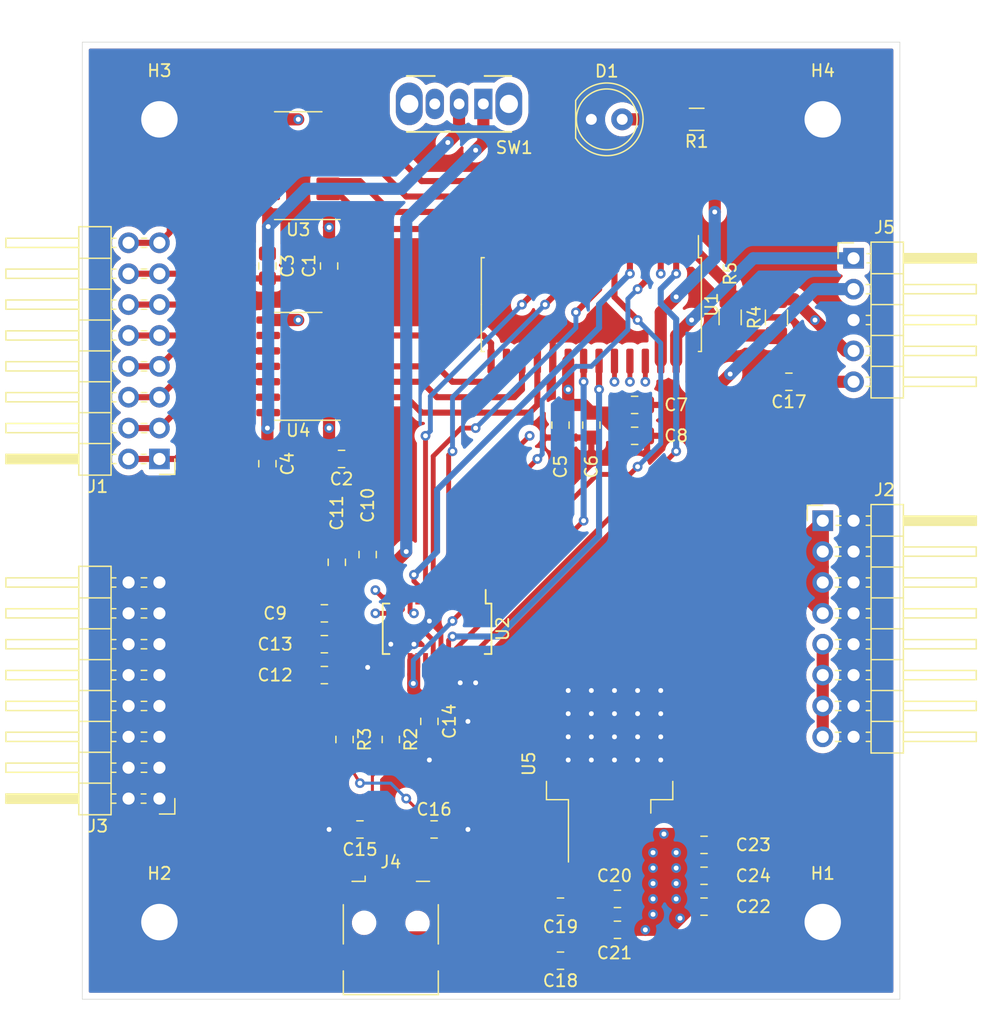
<source format=kicad_pcb>
(kicad_pcb (version 20171130) (host pcbnew 5.1.4+dfsg1-1)
  (layers (0 F.Cu signal) (1 In1.Cu power) (2 In2.Cu mixed) (31 B.Cu signal) (34 B.Paste user) (35 F.Paste user) (36 B.SilkS user) (37 F.SilkS user) (38 B.Mask user) (39 F.Mask user) (44 Edge.Cuts user))
  (net 0 "")
  (net 1 +3V3)
  (net 2 GND)
  (net 3 "Net-(J1-Pad15)")
  (net 4 "Net-(J1-Pad13)")
  (net 5 "Net-(J1-Pad11)")
  (net 6 "Net-(J1-Pad10)")
  (net 7 "Net-(J1-Pad7)")
  (net 8 "Net-(J1-Pad5)")
  (net 9 "Net-(J1-Pad3)")
  (net 10 "Net-(J1-Pad1)")
  (net 11 "Net-(U1-Pad18)")
  (net 12 "Net-(U1-Pad17)")
  (net 13 "Net-(U1-Pad16)")
  (net 14 "Net-(U1-Pad15)")
  (net 15 "Net-(U1-Pad14)")
  (net 16 "Net-(U1-Pad13)")
  (net 17 "Net-(U1-Pad12)")
  (net 18 "Net-(U1-Pad11)")
  (net 19 "Net-(U1-Pad10)")
  (net 20 "Net-(U1-Pad9)")
  (net 21 "Net-(U1-Pad7)")
  (net 22 "Net-(U1-Pad6)")
  (net 23 "Net-(U1-Pad5)")
  (net 24 "Net-(U1-Pad4)")
  (net 25 "Net-(U1-Pad3)")
  (net 26 "Net-(U1-Pad2)")
  (net 27 "Net-(U2-Pad23)")
  (net 28 "Net-(U2-Pad22)")
  (net 29 "Net-(U2-Pad17)")
  (net 30 "Net-(U3-Pad9)")
  (net 31 "Net-(U3-Pad6)")
  (net 32 "Net-(U4-Pad9)")
  (net 33 "Net-(U4-Pad6)")
  (net 34 +5V)
  (net 35 /TRANSLATOR_VCC)
  (net 36 +3.3VA)
  (net 37 "Net-(C17-Pad1)")
  (net 38 "Net-(D1-Pad2)")
  (net 39 "Net-(J5-Pad2)")
  (net 40 "Net-(J5-Pad1)")
  (net 41 "Net-(R1-Pad1)")
  (net 42 "Net-(R5-Pad2)")
  (net 43 /FTDI_SIWU)
  (net 44 /FTDI_WR)
  (net 45 /FTDI_RD)
  (net 46 /FTDI_TXE)
  (net 47 /FTDI_RXF)
  (net 48 "Net-(J4-Pad4)")
  (net 49 /USB_1_D-)
  (net 50 /USB_1_D+)
  (net 51 /USB_2_D+)
  (net 52 /USB_2_D-)
  (module Resistor_SMD:R_0805_2012Metric_Pad1.15x1.40mm_HandSolder (layer F.Cu) (at 113.665 109.4375 270)
    (fp_text reference R3 (at 0 -1.65 90) (layer F.SilkS))
    (fp_text value 27)
    (pad 2 smd roundrect (at 1.025 0 270) (size 1.15 1.4) (layers F.Cu F.Paste F.Mask) (roundrect_rratio 0.217391) (net 50 /USB_1_D+))
    (pad 1 smd roundrect (at -1.025 0 270) (size 1.15 1.4) (layers F.Cu F.Paste F.Mask) (roundrect_rratio 0.217391) (net 52 /USB_2_D-))
  )
  (module Resistor_SMD:R_0805_2012Metric_Pad1.15x1.40mm_HandSolder (layer F.Cu) (at 117.475 109.4375 270)
    (fp_text reference R2 (at 0 -1.65 90) (layer F.SilkS))
    (fp_text value 27)
    (pad 2 smd roundrect (at 1.025 0 270) (size 1.15 1.4) (layers F.Cu F.Paste F.Mask) (roundrect_rratio 0.217391) (net 49 /USB_1_D-))
    (pad 1 smd roundrect (at -1.025 0 270) (size 1.15 1.4) (layers F.Cu F.Paste F.Mask) (roundrect_rratio 0.217391) (net 51 /USB_2_D+))
  )
  (module MountingHole:MountingHole_3mm_Pad (layer F.Cu) (at 153.035 58.42)
    (fp_text reference H4 (at 0 -4) (layer F.SilkS))
    (fp_text value Hole)
    (pad 1 thru_hole circle (at 0 0) (size 6 6) (drill 3) (layers *.Cu *.Mask) (net 2 GND))
  )
  (module MountingHole:MountingHole_3mm_Pad (layer F.Cu) (at 98.425 58.42)
    (fp_text reference H3 (at 0 -4) (layer F.SilkS))
    (fp_text value Hole)
    (pad 1 thru_hole circle (at 0 0) (size 6 6) (drill 3) (layers *.Cu *.Mask) (net 2 GND))
  )
  (module MountingHole:MountingHole_3mm_Pad (layer F.Cu) (at 98.425 124.46)
    (fp_text reference H2 (at 0 -4) (layer F.SilkS))
    (fp_text value Hole)
    (pad 1 thru_hole circle (at 0 0) (size 6 6) (drill 3) (layers *.Cu *.Mask) (net 2 GND))
  )
  (module MountingHole:MountingHole_3mm_Pad (layer F.Cu) (at 153.035 124.46)
    (fp_text reference H1 (at 0 -4) (layer F.SilkS))
    (fp_text value Hole)
    (pad 1 thru_hole circle (at 0 0) (size 6 6) (drill 3) (layers *.Cu *.Mask) (net 2 GND))
  )
  (module Capacitor_SMD:C_0805_2012Metric_Pad1.15x1.40mm_HandSolder (layer F.Cu) (at 143.265 120.65)
    (fp_text reference C24 (at 4.055 0) (layer F.SilkS))
    (fp_text value 2.2u)
    (pad 2 smd roundrect (at 1.025 0) (size 1.15 1.4) (layers F.Cu F.Paste F.Mask) (roundrect_rratio 0.217391) (net 2 GND))
    (pad 1 smd roundrect (at -1.025 0) (size 1.15 1.4) (layers F.Cu F.Paste F.Mask) (roundrect_rratio 0.217391) (net 1 +3V3))
  )
  (module Capacitor_SMD:C_0805_2012Metric_Pad1.15x1.40mm_HandSolder (layer F.Cu) (at 143.265 118.11)
    (fp_text reference C23 (at 4.055 0) (layer F.SilkS))
    (fp_text value 2.2u)
    (pad 2 smd roundrect (at 1.025 0) (size 1.15 1.4) (layers F.Cu F.Paste F.Mask) (roundrect_rratio 0.217391) (net 2 GND))
    (pad 1 smd roundrect (at -1.025 0) (size 1.15 1.4) (layers F.Cu F.Paste F.Mask) (roundrect_rratio 0.217391) (net 1 +3V3))
  )
  (module Capacitor_SMD:C_0805_2012Metric_Pad1.15x1.40mm_HandSolder (layer F.Cu) (at 143.265 123.19)
    (fp_text reference C22 (at 4.055 0) (layer F.SilkS))
    (fp_text value 2.2u)
    (pad 2 smd roundrect (at 1.025 0) (size 1.15 1.4) (layers F.Cu F.Paste F.Mask) (roundrect_rratio 0.217391) (net 2 GND))
    (pad 1 smd roundrect (at -1.025 0) (size 1.15 1.4) (layers F.Cu F.Paste F.Mask) (roundrect_rratio 0.217391) (net 1 +3V3))
  )
  (module Capacitor_SMD:C_0805_2012Metric_Pad1.15x1.40mm_HandSolder (layer F.Cu) (at 136.135 125.095 180)
    (fp_text reference C21 (at 0.245 -1.905) (layer F.SilkS))
    (fp_text value 2.2u)
    (pad 2 smd roundrect (at 1.025 0 180) (size 1.15 1.4) (layers F.Cu F.Paste F.Mask) (roundrect_rratio 0.217391) (net 2 GND))
    (pad 1 smd roundrect (at -1.025 0 180) (size 1.15 1.4) (layers F.Cu F.Paste F.Mask) (roundrect_rratio 0.217391) (net 1 +3V3))
  )
  (module Capacitor_SMD:C_0805_2012Metric_Pad1.15x1.40mm_HandSolder (layer F.Cu) (at 136.135 122.555 180)
    (fp_text reference C20 (at 0.245 1.905) (layer F.SilkS))
    (fp_text value 100n)
    (pad 2 smd roundrect (at 1.025 0 180) (size 1.15 1.4) (layers F.Cu F.Paste F.Mask) (roundrect_rratio 0.217391) (net 2 GND))
    (pad 1 smd roundrect (at -1.025 0 180) (size 1.15 1.4) (layers F.Cu F.Paste F.Mask) (roundrect_rratio 0.217391) (net 1 +3V3))
  )
  (module Capacitor_SMD:C_0805_2012Metric_Pad1.15x1.40mm_HandSolder (layer F.Cu) (at 131.445 123.19 180)
    (fp_text reference C19 (at 0 -1.65) (layer F.SilkS))
    (fp_text value 100n)
    (pad 2 smd roundrect (at 1.025 0 180) (size 1.15 1.4) (layers F.Cu F.Paste F.Mask) (roundrect_rratio 0.217391) (net 2 GND))
    (pad 1 smd roundrect (at -1.025 0 180) (size 1.15 1.4) (layers F.Cu F.Paste F.Mask) (roundrect_rratio 0.217391) (net 34 +5V))
  )
  (module Capacitor_SMD:C_0805_2012Metric_Pad1.15x1.40mm_HandSolder (layer F.Cu) (at 131.445 127.635 180)
    (fp_text reference C18 (at 0 -1.65) (layer F.SilkS))
    (fp_text value 2.2u)
    (pad 2 smd roundrect (at 1.025 0 180) (size 1.15 1.4) (layers F.Cu F.Paste F.Mask) (roundrect_rratio 0.217391) (net 2 GND))
    (pad 1 smd roundrect (at -1.025 0 180) (size 1.15 1.4) (layers F.Cu F.Paste F.Mask) (roundrect_rratio 0.217391) (net 34 +5V))
  )
  (module Capacitor_SMD:C_0805_2012Metric_Pad1.15x1.40mm_HandSolder (layer F.Cu) (at 150.25 80.01 180)
    (fp_text reference C17 (at 0 -1.65) (layer F.SilkS))
    (fp_text value 100n)
    (pad 2 smd roundrect (at 1.025 0 180) (size 1.15 1.4) (layers F.Cu F.Paste F.Mask) (roundrect_rratio 0.217391) (net 2 GND))
    (pad 1 smd roundrect (at -1.025 0 180) (size 1.15 1.4) (layers F.Cu F.Paste F.Mask) (roundrect_rratio 0.217391) (net 37 "Net-(C17-Pad1)"))
  )
  (module Capacitor_SMD:C_0805_2012Metric_Pad1.15x1.40mm_HandSolder (layer F.Cu) (at 121.04 116.84)
    (fp_text reference C16 (at 0 -1.65) (layer F.SilkS))
    (fp_text value 47p)
    (pad 2 smd roundrect (at 1.025 0) (size 1.15 1.4) (layers F.Cu F.Paste F.Mask) (roundrect_rratio 0.217391) (net 2 GND))
    (pad 1 smd roundrect (at -1.025 0) (size 1.15 1.4) (layers F.Cu F.Paste F.Mask) (roundrect_rratio 0.217391) (net 50 /USB_1_D+))
  )
  (module Capacitor_SMD:C_0805_2012Metric_Pad1.15x1.40mm_HandSolder (layer F.Cu) (at 114.935 116.84 180)
    (fp_text reference C15 (at 0 -1.65) (layer F.SilkS))
    (fp_text value 47p)
    (pad 2 smd roundrect (at 1.025 0 180) (size 1.15 1.4) (layers F.Cu F.Paste F.Mask) (roundrect_rratio 0.217391) (net 2 GND))
    (pad 1 smd roundrect (at -1.025 0 180) (size 1.15 1.4) (layers F.Cu F.Paste F.Mask) (roundrect_rratio 0.217391) (net 49 /USB_1_D-))
  )
  (module Capacitor_SMD:C_0805_2012Metric_Pad1.15x1.40mm_HandSolder (layer F.Cu) (at 120.65 107.95 270)
    (fp_text reference C14 (at 0 -1.65 90) (layer F.SilkS))
    (fp_text value 100n)
    (pad 2 smd roundrect (at 1.025 0 270) (size 1.15 1.4) (layers F.Cu F.Paste F.Mask) (roundrect_rratio 0.217391) (net 2 GND))
    (pad 1 smd roundrect (at -1.025 0 270) (size 1.15 1.4) (layers F.Cu F.Paste F.Mask) (roundrect_rratio 0.217391) (net 36 +3.3VA))
  )
  (module Capacitor_SMD:C_0805_2012Metric_Pad1.15x1.40mm_HandSolder (layer F.Cu) (at 112.005 101.6 180)
    (fp_text reference C13 (at 4.055 0) (layer F.SilkS))
    (fp_text value 100n)
    (pad 2 smd roundrect (at 1.025 0 180) (size 1.15 1.4) (layers F.Cu F.Paste F.Mask) (roundrect_rratio 0.217391) (net 2 GND))
    (pad 1 smd roundrect (at -1.025 0 180) (size 1.15 1.4) (layers F.Cu F.Paste F.Mask) (roundrect_rratio 0.217391) (net 34 +5V))
  )
  (module Capacitor_SMD:C_0805_2012Metric_Pad1.15x1.40mm_HandSolder (layer F.Cu) (at 112.005 104.14 180)
    (fp_text reference C12 (at 4.055 0) (layer F.SilkS))
    (fp_text value 2.2u)
    (pad 2 smd roundrect (at 1.025 0 180) (size 1.15 1.4) (layers F.Cu F.Paste F.Mask) (roundrect_rratio 0.217391) (net 2 GND))
    (pad 1 smd roundrect (at -1.025 0 180) (size 1.15 1.4) (layers F.Cu F.Paste F.Mask) (roundrect_rratio 0.217391) (net 34 +5V))
  )
  (module Capacitor_SMD:C_0805_2012Metric_Pad1.15x1.40mm_HandSolder (layer F.Cu) (at 113.03 94.86 90)
    (fp_text reference C11 (at 4.055 0 90) (layer F.SilkS))
    (fp_text value 2.2u)
    (pad 2 smd roundrect (at 1.025 0 90) (size 1.15 1.4) (layers F.Cu F.Paste F.Mask) (roundrect_rratio 0.217391) (net 2 GND))
    (pad 1 smd roundrect (at -1.025 0 90) (size 1.15 1.4) (layers F.Cu F.Paste F.Mask) (roundrect_rratio 0.217391) (net 34 +5V))
  )
  (module Capacitor_SMD:C_0805_2012Metric_Pad1.15x1.40mm_HandSolder (layer F.Cu) (at 115.57 94.225 90)
    (fp_text reference C10 (at 4.055 0 90) (layer F.SilkS))
    (fp_text value 2.2u)
    (pad 2 smd roundrect (at 1.025 0 90) (size 1.15 1.4) (layers F.Cu F.Paste F.Mask) (roundrect_rratio 0.217391) (net 2 GND))
    (pad 1 smd roundrect (at -1.025 0 90) (size 1.15 1.4) (layers F.Cu F.Paste F.Mask) (roundrect_rratio 0.217391) (net 34 +5V))
  )
  (module Capacitor_SMD:C_0805_2012Metric_Pad1.15x1.40mm_HandSolder (layer F.Cu) (at 137.55 84.455)
    (fp_text reference C8 (at 3.42 0) (layer F.SilkS))
    (fp_text value 100n)
    (pad 2 smd roundrect (at 1.025 0) (size 1.15 1.4) (layers F.Cu F.Paste F.Mask) (roundrect_rratio 0.217391) (net 2 GND))
    (pad 1 smd roundrect (at -1.025 0) (size 1.15 1.4) (layers F.Cu F.Paste F.Mask) (roundrect_rratio 0.217391) (net 1 +3V3))
  )
  (module Capacitor_SMD:C_0805_2012Metric_Pad1.15x1.40mm_HandSolder (layer F.Cu) (at 137.55 81.915)
    (fp_text reference C7 (at 3.42 0 180) (layer F.SilkS))
    (fp_text value 100n)
    (pad 2 smd roundrect (at 1.025 0) (size 1.15 1.4) (layers F.Cu F.Paste F.Mask) (roundrect_rratio 0.217391) (net 2 GND))
    (pad 1 smd roundrect (at -1.025 0) (size 1.15 1.4) (layers F.Cu F.Paste F.Mask) (roundrect_rratio 0.217391) (net 1 +3V3))
  )
  (module Capacitor_SMD:C_0805_2012Metric_Pad1.15x1.40mm_HandSolder (layer F.Cu) (at 133.985 83.575 270)
    (fp_text reference C6 (at 3.42 0 270) (layer F.SilkS))
    (fp_text value 100n)
    (pad 2 smd roundrect (at 1.025 0 270) (size 1.15 1.4) (layers F.Cu F.Paste F.Mask) (roundrect_rratio 0.217391) (net 2 GND))
    (pad 1 smd roundrect (at -1.025 0 270) (size 1.15 1.4) (layers F.Cu F.Paste F.Mask) (roundrect_rratio 0.217391) (net 1 +3V3))
  )
  (module Capacitor_SMD:C_0805_2012Metric_Pad1.15x1.40mm_HandSolder (layer F.Cu) (at 131.445 83.575 270)
    (fp_text reference C5 (at 3.42 0 90) (layer F.SilkS))
    (fp_text value 100n)
    (pad 2 smd roundrect (at 1.025 0 270) (size 1.15 1.4) (layers F.Cu F.Paste F.Mask) (roundrect_rratio 0.217391) (net 2 GND))
    (pad 1 smd roundrect (at -1.025 0 270) (size 1.15 1.4) (layers F.Cu F.Paste F.Mask) (roundrect_rratio 0.217391) (net 1 +3V3))
  )
  (module Capacitor_SMD:C_0805_2012Metric_Pad1.15x1.40mm_HandSolder (layer F.Cu) (at 107.315 86.75 270)
    (fp_text reference C4 (at 0 -1.65 90) (layer F.SilkS))
    (fp_text value 100n)
    (pad 2 smd roundrect (at 1.025 0 270) (size 1.15 1.4) (layers F.Cu F.Paste F.Mask) (roundrect_rratio 0.217391) (net 2 GND))
    (pad 1 smd roundrect (at -1.025 0 270) (size 1.15 1.4) (layers F.Cu F.Paste F.Mask) (roundrect_rratio 0.217391) (net 35 /TRANSLATOR_VCC))
  )
  (module Capacitor_SMD:C_0805_2012Metric_Pad1.15x1.40mm_HandSolder (layer F.Cu) (at 107.315 70.485 270)
    (fp_text reference C3 (at 0 -1.65 90) (layer F.SilkS))
    (fp_text value 100n)
    (pad 2 smd roundrect (at 1.025 0 270) (size 1.15 1.4) (layers F.Cu F.Paste F.Mask) (roundrect_rratio 0.217391) (net 2 GND))
    (pad 1 smd roundrect (at -1.025 0 270) (size 1.15 1.4) (layers F.Cu F.Paste F.Mask) (roundrect_rratio 0.217391) (net 35 /TRANSLATOR_VCC))
  )
  (module Capacitor_SMD:C_0805_2012Metric_Pad1.15x1.40mm_HandSolder (layer F.Cu) (at 113.42 86.36 180)
    (fp_text reference C2 (at 0 -1.65) (layer F.SilkS))
    (fp_text value 100n)
    (pad 2 smd roundrect (at 1.025 0 180) (size 1.15 1.4) (layers F.Cu F.Paste F.Mask) (roundrect_rratio 0.217391) (net 1 +3V3))
    (pad 1 smd roundrect (at -1.025 0 180) (size 1.15 1.4) (layers F.Cu F.Paste F.Mask) (roundrect_rratio 0.217391) (net 2 GND))
  )
  (module Capacitor_SMD:C_0805_2012Metric_Pad1.15x1.40mm_HandSolder (layer F.Cu) (at 112.395 70.485 90)
    (fp_text reference C1 (at 0 -1.65 90) (layer F.SilkS))
    (fp_text value 100n)
    (pad 2 smd roundrect (at 1.025 0 90) (size 1.15 1.4) (layers F.Cu F.Paste F.Mask) (roundrect_rratio 0.217391) (net 1 +3V3))
    (pad 1 smd roundrect (at -1.025 0 90) (size 1.15 1.4) (layers F.Cu F.Paste F.Mask) (roundrect_rratio 0.217391) (net 2 GND))
  )
  (module Capacitor_SMD:C_0805_2012Metric_Pad1.15x1.40mm_HandSolder (layer F.Cu) (at 112.005 99.06 180)
    (fp_text reference C9 (at 4.055 0) (layer F.SilkS))
    (fp_text value 2.2u)
    (pad 2 smd roundrect (at 1.025 0 180) (size 1.15 1.4) (layers F.Cu F.Paste F.Mask) (roundrect_rratio 0.217391) (net 2 GND))
    (pad 1 smd roundrect (at -1.025 0 180) (size 1.15 1.4) (layers F.Cu F.Paste F.Mask) (roundrect_rratio 0.217391) (net 34 +5V))
  )
  (module Connector_USB:USB_Mini-B_Lumberg_2486_01_Horizontal (layer F.Cu) (at 117.475 124.52)
    (fp_text reference J4 (at 0 -5) (layer F.SilkS))
    (fp_text value USB_B_Mini)
    (pad "" np_thru_hole circle (at 2.2 0) (size 1 1) (drill 1) (layers *.Cu *.Mask))
    (pad "" np_thru_hole circle (at -2.2 0) (size 1 1) (drill 1) (layers *.Cu *.Mask))
    (pad 6 smd rect (at 4.45 2.85) (size 2 1.7) (layers F.Cu F.Paste F.Mask) (net 2 GND))
    (pad 6 smd rect (at 4.45 -2.6) (size 2 1.7) (layers F.Cu F.Paste F.Mask) (net 2 GND))
    (pad 6 smd rect (at -4.45 2.85) (size 2 1.7) (layers F.Cu F.Paste F.Mask) (net 2 GND))
    (pad 6 smd rect (at -4.45 -2.6) (size 2 1.7) (layers F.Cu F.Paste F.Mask) (net 2 GND))
    (pad 5 smd rect (at 1.6 -2.7) (size 0.5 2) (layers F.Cu F.Paste F.Mask) (net 2 GND))
    (pad 4 smd rect (at 0.8 -2.7) (size 0.5 2) (layers F.Cu F.Paste F.Mask) (net 48 "Net-(J4-Pad4)"))
    (pad 3 smd rect (at 0 -2.7) (size 0.5 2) (layers F.Cu F.Paste F.Mask) (net 50 /USB_1_D+))
    (pad 2 smd rect (at -0.8 -2.7) (size 0.5 2) (layers F.Cu F.Paste F.Mask) (net 49 /USB_1_D-))
    (pad 1 smd rect (at -1.6 -2.7) (size 0.5 2) (layers F.Cu F.Paste F.Mask) (net 34 +5V))
  )
  (module Package_TO_SOT_SMD:TO-263-3_TabPin2 (layer F.Cu) (at 135.49 111.44 90)
    (fp_text reference U5 (at 0 -6.65 90) (layer F.SilkS))
    (fp_text value MCP1826S)
    (pad 2 smd rect (at 3.375 0 90) (size 9.4 10.8) (layers F.Cu F.Mask) (net 2 GND))
    (pad 3 smd rect (at -5.775 2.54 90) (size 4.6 1.1) (layers F.Cu F.Paste F.Mask) (net 1 +3V3))
    (pad 2 smd rect (at -5.775 0 90) (size 4.6 1.1) (layers F.Cu F.Paste F.Mask) (net 2 GND))
    (pad 1 smd rect (at -5.775 -2.54 90) (size 4.6 1.1) (layers F.Cu F.Paste F.Mask) (net 34 +5V))
  )
  (module Button_Switch_THT:SW_CuK_OS102011MA1QN1_SPDT_Angled (layer F.Cu) (at 125.095 57.15 180)
    (fp_text reference SW1 (at -2.54 -3.6) (layer F.SilkS))
    (fp_text value SW_SPDT)
    (pad "" thru_hole oval (at 6.1 0 180) (size 2.2 3.5) (drill 1.5) (layers *.Cu *.Mask))
    (pad "" thru_hole oval (at -2.1 0 180) (size 2.2 3.5) (drill 1.5) (layers *.Cu *.Mask))
    (pad 3 thru_hole oval (at 4 0 180) (size 1.5 2.5) (drill 0.9) (layers *.Cu *.Mask) (net 1 +3V3))
    (pad 2 thru_hole oval (at 2 0 180) (size 1.5 2.5) (drill 0.9) (layers *.Cu *.Mask) (net 35 /TRANSLATOR_VCC))
    (pad 1 thru_hole rect (at 0 0 180) (size 1.5 2.5) (drill 0.9) (layers *.Cu *.Mask) (net 34 +5V))
  )
  (module Resistor_SMD:R_1206_3216Metric_Pad1.42x1.75mm_HandSolder (layer F.Cu) (at 145.415 74.7125 90)
    (fp_text reference R5 (at 3.5925 0 90) (layer F.SilkS))
    (fp_text value 220)
    (pad 2 smd roundrect (at 1.4875 0 90) (size 1.425 1.75) (layers F.Cu F.Paste F.Mask) (roundrect_rratio 0.175439) (net 42 "Net-(R5-Pad2)"))
    (pad 1 smd roundrect (at -1.4875 0 90) (size 1.425 1.75) (layers F.Cu F.Paste F.Mask) (roundrect_rratio 0.175439) (net 37 "Net-(C17-Pad1)"))
  )
  (module Resistor_SMD:R_1206_3216Metric_Pad1.42x1.75mm_HandSolder (layer F.Cu) (at 149.225 74.7125 90)
    (fp_text reference R4 (at 0 -1.82 90) (layer F.SilkS))
    (fp_text value 10K)
    (pad 2 smd roundrect (at 1.4875 0 90) (size 1.425 1.75) (layers F.Cu F.Paste F.Mask) (roundrect_rratio 0.175439) (net 1 +3V3))
    (pad 1 smd roundrect (at -1.4875 0 90) (size 1.425 1.75) (layers F.Cu F.Paste F.Mask) (roundrect_rratio 0.175439) (net 37 "Net-(C17-Pad1)"))
  )
  (module Resistor_SMD:R_1206_3216Metric_Pad1.42x1.75mm_HandSolder (layer F.Cu) (at 142.6575 58.42 180)
    (fp_text reference R1 (at 0 -1.82) (layer F.SilkS))
    (fp_text value 82)
    (pad 2 smd roundrect (at 1.4875 0 180) (size 1.425 1.75) (layers F.Cu F.Paste F.Mask) (roundrect_rratio 0.175439) (net 38 "Net-(D1-Pad2)"))
    (pad 1 smd roundrect (at -1.4875 0 180) (size 1.425 1.75) (layers F.Cu F.Paste F.Mask) (roundrect_rratio 0.175439) (net 41 "Net-(R1-Pad1)"))
  )
  (module Connector_PinHeader_2.54mm:PinHeader_1x05_P2.54mm_Horizontal (layer F.Cu) (at 155.575 69.85)
    (fp_text reference J5 (at 2.54 -2.54) (layer F.SilkS))
    (fp_text value JTAG)
    (pad 5 thru_hole oval (at 0 10.16) (size 1.7 1.7) (drill 1) (layers *.Cu *.Mask) (net 37 "Net-(C17-Pad1)"))
    (pad 4 thru_hole oval (at 0 7.62) (size 1.7 1.7) (drill 1) (layers *.Cu *.Mask) (net 1 +3V3))
    (pad 3 thru_hole oval (at 0 5.08) (size 1.7 1.7) (drill 1) (layers *.Cu *.Mask) (net 2 GND))
    (pad 2 thru_hole oval (at 0 2.54) (size 1.7 1.7) (drill 1) (layers *.Cu *.Mask) (net 39 "Net-(J5-Pad2)"))
    (pad 1 thru_hole rect (at 0 0) (size 1.7 1.7) (drill 1) (layers *.Cu *.Mask) (net 40 "Net-(J5-Pad1)"))
  )
  (module LED_THT:LED_D5.0mm (layer F.Cu) (at 133.985 58.42)
    (fp_text reference D1 (at 1.27 -3.96) (layer F.SilkS))
    (fp_text value LED)
    (pad 2 thru_hole circle (at 2.54 0) (size 1.8 1.8) (drill 0.9) (layers *.Cu *.Mask) (net 38 "Net-(D1-Pad2)"))
    (pad 1 thru_hole rect (at 0 0) (size 1.8 1.8) (drill 0.9) (layers *.Cu *.Mask) (net 2 GND))
  )
  (module Connector_PinHeader_2.54mm:PinHeader_2x08_P2.54mm_Horizontal (layer F.Cu) (at 98.425 114.3 180)
    (fp_text reference J3 (at 5.08 -2.27) (layer F.SilkS))
    (fp_text value Pin_Header_02x08)
    (pad 16 thru_hole oval (at 2.54 17.78 180) (size 1.7 1.7) (drill 1) (layers *.Cu *.Mask) (net 2 GND))
    (pad 15 thru_hole oval (at 0 17.78 180) (size 1.7 1.7) (drill 1) (layers *.Cu *.Mask) (net 2 GND))
    (pad 14 thru_hole oval (at 2.54 15.24 180) (size 1.7 1.7) (drill 1) (layers *.Cu *.Mask) (net 2 GND))
    (pad 13 thru_hole oval (at 0 15.24 180) (size 1.7 1.7) (drill 1) (layers *.Cu *.Mask) (net 2 GND))
    (pad 12 thru_hole oval (at 2.54 12.7 180) (size 1.7 1.7) (drill 1) (layers *.Cu *.Mask) (net 2 GND))
    (pad 11 thru_hole oval (at 0 12.7 180) (size 1.7 1.7) (drill 1) (layers *.Cu *.Mask) (net 2 GND))
    (pad 10 thru_hole oval (at 2.54 10.16 180) (size 1.7 1.7) (drill 1) (layers *.Cu *.Mask) (net 2 GND))
    (pad 9 thru_hole oval (at 0 10.16 180) (size 1.7 1.7) (drill 1) (layers *.Cu *.Mask) (net 2 GND))
    (pad 8 thru_hole oval (at 2.54 7.62 180) (size 1.7 1.7) (drill 1) (layers *.Cu *.Mask) (net 2 GND))
    (pad 7 thru_hole oval (at 0 7.62 180) (size 1.7 1.7) (drill 1) (layers *.Cu *.Mask) (net 2 GND))
    (pad 6 thru_hole oval (at 2.54 5.08 180) (size 1.7 1.7) (drill 1) (layers *.Cu *.Mask) (net 2 GND))
    (pad 5 thru_hole oval (at 0 5.08 180) (size 1.7 1.7) (drill 1) (layers *.Cu *.Mask) (net 2 GND))
    (pad 4 thru_hole oval (at 2.54 2.54 180) (size 1.7 1.7) (drill 1) (layers *.Cu *.Mask) (net 2 GND))
    (pad 3 thru_hole oval (at 0 2.54 180) (size 1.7 1.7) (drill 1) (layers *.Cu *.Mask) (net 2 GND))
    (pad 2 thru_hole oval (at 2.54 0 180) (size 1.7 1.7) (drill 1) (layers *.Cu *.Mask) (net 2 GND))
    (pad 1 thru_hole rect (at 0 0 180) (size 1.7 1.7) (drill 1) (layers *.Cu *.Mask) (net 2 GND))
  )
  (module Connector_PinHeader_2.54mm:PinHeader_2x08_P2.54mm_Horizontal (layer F.Cu) (at 153.035 91.44)
    (fp_text reference J2 (at 5.08 -2.54) (layer F.SilkS))
    (fp_text value Pin_Header_02x08)
    (pad 16 thru_hole oval (at 2.54 17.78) (size 1.7 1.7) (drill 1) (layers *.Cu *.Mask) (net 2 GND))
    (pad 15 thru_hole oval (at 0 17.78) (size 1.7 1.7) (drill 1) (layers *.Cu *.Mask) (net 1 +3V3))
    (pad 14 thru_hole oval (at 2.54 15.24) (size 1.7 1.7) (drill 1) (layers *.Cu *.Mask) (net 2 GND))
    (pad 13 thru_hole oval (at 0 15.24) (size 1.7 1.7) (drill 1) (layers *.Cu *.Mask) (net 1 +3V3))
    (pad 12 thru_hole oval (at 2.54 12.7) (size 1.7 1.7) (drill 1) (layers *.Cu *.Mask) (net 2 GND))
    (pad 11 thru_hole oval (at 0 12.7) (size 1.7 1.7) (drill 1) (layers *.Cu *.Mask) (net 1 +3V3))
    (pad 10 thru_hole oval (at 2.54 10.16) (size 1.7 1.7) (drill 1) (layers *.Cu *.Mask) (net 2 GND))
    (pad 9 thru_hole oval (at 0 10.16) (size 1.7 1.7) (drill 1) (layers *.Cu *.Mask) (net 1 +3V3))
    (pad 8 thru_hole oval (at 2.54 7.62) (size 1.7 1.7) (drill 1) (layers *.Cu *.Mask) (net 2 GND))
    (pad 7 thru_hole oval (at 0 7.62) (size 1.7 1.7) (drill 1) (layers *.Cu *.Mask) (net 34 +5V))
    (pad 6 thru_hole oval (at 2.54 5.08) (size 1.7 1.7) (drill 1) (layers *.Cu *.Mask) (net 2 GND))
    (pad 5 thru_hole oval (at 0 5.08) (size 1.7 1.7) (drill 1) (layers *.Cu *.Mask) (net 34 +5V))
    (pad 4 thru_hole oval (at 2.54 2.54) (size 1.7 1.7) (drill 1) (layers *.Cu *.Mask) (net 2 GND))
    (pad 3 thru_hole oval (at 0 2.54) (size 1.7 1.7) (drill 1) (layers *.Cu *.Mask) (net 34 +5V))
    (pad 2 thru_hole oval (at 2.54 0) (size 1.7 1.7) (drill 1) (layers *.Cu *.Mask) (net 2 GND))
    (pad 1 thru_hole rect (at 0 0) (size 1.7 1.7) (drill 1) (layers *.Cu *.Mask) (net 34 +5V))
  )
  (module Package_SO:SOIC-14_3.9x8.7mm_P1.27mm (layer F.Cu) (at 109.855 78.74 180)
    (fp_text reference U4 (at 0 -5.28) (layer F.SilkS))
    (fp_text value TXB0104D)
    (pad 14 smd roundrect (at 2.475 -3.81 180) (size 1.95 0.6) (layers F.Cu F.Paste F.Mask) (net 35 /TRANSLATOR_VCC))
    (pad 13 smd roundrect (at 2.475 -2.54 180) (size 1.95 0.6) (layers F.Cu F.Paste F.Mask) (net 10 "Net-(J1-Pad1)"))
    (pad 12 smd roundrect (at 2.475 -1.27 180) (size 1.95 0.6) (layers F.Cu F.Paste F.Mask) (net 9 "Net-(J1-Pad3)"))
    (pad 11 smd roundrect (at 2.475 0 180) (size 1.95 0.6) (layers F.Cu F.Paste F.Mask) (net 8 "Net-(J1-Pad5)"))
    (pad 10 smd roundrect (at 2.475 1.27 180) (size 1.95 0.6) (layers F.Cu F.Paste F.Mask) (net 7 "Net-(J1-Pad7)"))
    (pad 9 smd roundrect (at 2.475 2.54 180) (size 1.95 0.6) (layers F.Cu F.Paste F.Mask) (net 32 "Net-(U4-Pad9)"))
    (pad 8 smd roundrect (at 2.475 3.81 180) (size 1.95 0.6) (layers F.Cu F.Paste F.Mask) (net 1 +3V3))
    (pad 7 smd roundrect (at -2.475 3.81 180) (size 1.95 0.6) (layers F.Cu F.Paste F.Mask) (net 2 GND))
    (pad 6 smd roundrect (at -2.475 2.54 180) (size 1.95 0.6) (layers F.Cu F.Paste F.Mask) (net 33 "Net-(U4-Pad6)"))
    (pad 5 smd roundrect (at -2.475 1.27 180) (size 1.95 0.6) (layers F.Cu F.Paste F.Mask) (net 14 "Net-(U1-Pad15)"))
    (pad 4 smd roundrect (at -2.475 0 180) (size 1.95 0.6) (layers F.Cu F.Paste F.Mask) (net 13 "Net-(U1-Pad16)"))
    (pad 3 smd roundrect (at -2.475 -1.27 180) (size 1.95 0.6) (layers F.Cu F.Paste F.Mask) (net 12 "Net-(U1-Pad17)"))
    (pad 2 smd roundrect (at -2.475 -2.54 180) (size 1.95 0.6) (layers F.Cu F.Paste F.Mask) (net 11 "Net-(U1-Pad18)"))
    (pad 1 smd roundrect (at -2.475 -3.81 180) (size 1.95 0.6) (layers F.Cu F.Paste F.Mask) (net 1 +3V3))
  )
  (module Package_SO:SOIC-14_3.9x8.7mm_P1.27mm (layer F.Cu) (at 109.855 62.23 180)
    (fp_text reference U3 (at 0 -5.28) (layer F.SilkS))
    (fp_text value TXB0104D)
    (pad 14 smd roundrect (at 2.475 -3.81 180) (size 1.95 0.6) (layers F.Cu F.Paste F.Mask) (net 35 /TRANSLATOR_VCC))
    (pad 13 smd roundrect (at 2.475 -2.54 180) (size 1.95 0.6) (layers F.Cu F.Paste F.Mask) (net 6 "Net-(J1-Pad10)"))
    (pad 12 smd roundrect (at 2.475 -1.27 180) (size 1.95 0.6) (layers F.Cu F.Paste F.Mask) (net 5 "Net-(J1-Pad11)"))
    (pad 11 smd roundrect (at 2.475 0 180) (size 1.95 0.6) (layers F.Cu F.Paste F.Mask) (net 4 "Net-(J1-Pad13)"))
    (pad 10 smd roundrect (at 2.475 1.27 180) (size 1.95 0.6) (layers F.Cu F.Paste F.Mask) (net 3 "Net-(J1-Pad15)"))
    (pad 9 smd roundrect (at 2.475 2.54 180) (size 1.95 0.6) (layers F.Cu F.Paste F.Mask) (net 30 "Net-(U3-Pad9)"))
    (pad 8 smd roundrect (at 2.475 3.81 180) (size 1.95 0.6) (layers F.Cu F.Paste F.Mask) (net 1 +3V3))
    (pad 7 smd roundrect (at -2.475 3.81 180) (size 1.95 0.6) (layers F.Cu F.Paste F.Mask) (net 2 GND))
    (pad 6 smd roundrect (at -2.475 2.54 180) (size 1.95 0.6) (layers F.Cu F.Paste F.Mask) (net 31 "Net-(U3-Pad6)"))
    (pad 5 smd roundrect (at -2.475 1.27 180) (size 1.95 0.6) (layers F.Cu F.Paste F.Mask) (net 18 "Net-(U1-Pad11)"))
    (pad 4 smd roundrect (at -2.475 0 180) (size 1.95 0.6) (layers F.Cu F.Paste F.Mask) (net 17 "Net-(U1-Pad12)"))
    (pad 3 smd roundrect (at -2.475 -1.27 180) (size 1.95 0.6) (layers F.Cu F.Paste F.Mask) (net 16 "Net-(U1-Pad13)"))
    (pad 2 smd roundrect (at -2.475 -2.54 180) (size 1.95 0.6) (layers F.Cu F.Paste F.Mask) (net 15 "Net-(U1-Pad14)"))
    (pad 1 smd roundrect (at -2.475 -3.81 180) (size 1.95 0.6) (layers F.Cu F.Paste F.Mask) (net 1 +3V3))
  )
  (module Package_SO:SSOP-24_3.9x8.7mm_P0.635mm (layer F.Cu) (at 121.285 100.33 270)
    (fp_text reference U2 (at 0 -5.4 90) (layer F.SilkS))
    (fp_text value FT240XS)
    (pad 24 smd rect (at 2.6 -3.4925 270) (size 1.2 0.4) (layers F.Cu F.Paste F.Mask) (net 26 "Net-(U1-Pad2)"))
    (pad 23 smd rect (at 2.6 -2.8575 270) (size 1.2 0.4) (layers F.Cu F.Paste F.Mask) (net 27 "Net-(U2-Pad23)"))
    (pad 22 smd rect (at 2.6 -2.2225 270) (size 1.2 0.4) (layers F.Cu F.Paste F.Mask) (net 28 "Net-(U2-Pad22)"))
    (pad 21 smd rect (at 2.6 -1.5875 270) (size 1.2 0.4) (layers F.Cu F.Paste F.Mask) (net 47 /FTDI_RXF))
    (pad 20 smd rect (at 2.6 -0.9525 270) (size 1.2 0.4) (layers F.Cu F.Paste F.Mask) (net 46 /FTDI_TXE))
    (pad 19 smd rect (at 2.6 -0.3175 270) (size 1.2 0.4) (layers F.Cu F.Paste F.Mask) (net 2 GND))
    (pad 18 smd rect (at 2.6 0.3175 270) (size 1.2 0.4) (layers F.Cu F.Paste F.Mask) (net 34 +5V))
    (pad 17 smd rect (at 2.6 0.9525 270) (size 1.2 0.4) (layers F.Cu F.Paste F.Mask) (net 29 "Net-(U2-Pad17)"))
    (pad 16 smd rect (at 2.6 1.5875 270) (size 1.2 0.4) (layers F.Cu F.Paste F.Mask) (net 36 +3.3VA))
    (pad 15 smd rect (at 2.6 2.2225 270) (size 1.2 0.4) (layers F.Cu F.Paste F.Mask) (net 36 +3.3VA))
    (pad 14 smd rect (at 2.6 2.8575 270) (size 1.2 0.4) (layers F.Cu F.Paste F.Mask) (net 51 /USB_2_D+))
    (pad 13 smd rect (at 2.6 3.4925 270) (size 1.2 0.4) (layers F.Cu F.Paste F.Mask) (net 52 /USB_2_D-))
    (pad 12 smd rect (at -2.6 3.4925 270) (size 1.2 0.4) (layers F.Cu F.Paste F.Mask) (net 44 /FTDI_WR))
    (pad 11 smd rect (at -2.6 2.8575 270) (size 1.2 0.4) (layers F.Cu F.Paste F.Mask) (net 45 /FTDI_RD))
    (pad 10 smd rect (at -2.6 2.2225 270) (size 1.2 0.4) (layers F.Cu F.Paste F.Mask) (net 43 /FTDI_SIWU))
    (pad 9 smd rect (at -2.6 1.5875 270) (size 1.2 0.4) (layers F.Cu F.Paste F.Mask) (net 23 "Net-(U1-Pad5)"))
    (pad 8 smd rect (at -2.6 0.9525 270) (size 1.2 0.4) (layers F.Cu F.Paste F.Mask) (net 19 "Net-(U1-Pad10)"))
    (pad 7 smd rect (at -2.6 0.3175 270) (size 1.2 0.4) (layers F.Cu F.Paste F.Mask) (net 21 "Net-(U1-Pad7)"))
    (pad 6 smd rect (at -2.6 -0.3175 270) (size 1.2 0.4) (layers F.Cu F.Paste F.Mask) (net 2 GND))
    (pad 5 smd rect (at -2.6 -0.9525 270) (size 1.2 0.4) (layers F.Cu F.Paste F.Mask) (net 20 "Net-(U1-Pad9)"))
    (pad 4 smd rect (at -2.6 -1.5875 270) (size 1.2 0.4) (layers F.Cu F.Paste F.Mask) (net 25 "Net-(U1-Pad3)"))
    (pad 3 smd rect (at -2.6 -2.2225 270) (size 1.2 0.4) (layers F.Cu F.Paste F.Mask) (net 36 +3.3VA))
    (pad 2 smd rect (at -2.6 -2.8575 270) (size 1.2 0.4) (layers F.Cu F.Paste F.Mask) (net 24 "Net-(U1-Pad4)"))
    (pad 1 smd rect (at -2.6 -3.4925 270) (size 1.2 0.4) (layers F.Cu F.Paste F.Mask) (net 22 "Net-(U1-Pad6)"))
  )
  (module Package_SO:SOIC-28W_7.5x17.9mm_P1.27mm (layer F.Cu) (at 133.985 73.66 270)
    (fp_text reference U1 (at 0 -9.9 90) (layer F.SilkS))
    (fp_text value PIC18F26K22-I-SO)
    (pad 28 smd roundrect (at 4.65 -8.255 270) (size 2.05 0.6) (layers F.Cu F.Paste F.Mask) (net 39 "Net-(J5-Pad2)"))
    (pad 27 smd roundrect (at 4.65 -6.985 270) (size 2.05 0.6) (layers F.Cu F.Paste F.Mask) (net 40 "Net-(J5-Pad1)"))
    (pad 26 smd roundrect (at 4.65 -5.715 270) (size 2.05 0.6) (layers F.Cu F.Paste F.Mask) (net 41 "Net-(R1-Pad1)"))
    (pad 25 smd roundrect (at 4.65 -4.445 270) (size 2.05 0.6) (layers F.Cu F.Paste F.Mask) (net 43 /FTDI_SIWU))
    (pad 24 smd roundrect (at 4.65 -3.175 270) (size 2.05 0.6) (layers F.Cu F.Paste F.Mask) (net 45 /FTDI_RD))
    (pad 23 smd roundrect (at 4.65 -1.905 270) (size 2.05 0.6) (layers F.Cu F.Paste F.Mask) (net 44 /FTDI_WR))
    (pad 22 smd roundrect (at 4.65 -0.635 270) (size 2.05 0.6) (layers F.Cu F.Paste F.Mask) (net 46 /FTDI_TXE))
    (pad 21 smd roundrect (at 4.65 0.635 270) (size 2.05 0.6) (layers F.Cu F.Paste F.Mask) (net 47 /FTDI_RXF))
    (pad 20 smd roundrect (at 4.65 1.905 270) (size 2.05 0.6) (layers F.Cu F.Paste F.Mask) (net 1 +3V3))
    (pad 19 smd roundrect (at 4.65 3.175 270) (size 2.05 0.6) (layers F.Cu F.Paste F.Mask) (net 2 GND))
    (pad 18 smd roundrect (at 4.65 4.445 270) (size 2.05 0.6) (layers F.Cu F.Paste F.Mask) (net 11 "Net-(U1-Pad18)"))
    (pad 17 smd roundrect (at 4.65 5.715 270) (size 2.05 0.6) (layers F.Cu F.Paste F.Mask) (net 12 "Net-(U1-Pad17)"))
    (pad 16 smd roundrect (at 4.65 6.985 270) (size 2.05 0.6) (layers F.Cu F.Paste F.Mask) (net 13 "Net-(U1-Pad16)"))
    (pad 15 smd roundrect (at 4.65 8.255 270) (size 2.05 0.6) (layers F.Cu F.Paste F.Mask) (net 14 "Net-(U1-Pad15)"))
    (pad 14 smd roundrect (at -4.65 8.255 270) (size 2.05 0.6) (layers F.Cu F.Paste F.Mask) (net 15 "Net-(U1-Pad14)"))
    (pad 13 smd roundrect (at -4.65 6.985 270) (size 2.05 0.6) (layers F.Cu F.Paste F.Mask) (net 16 "Net-(U1-Pad13)"))
    (pad 12 smd roundrect (at -4.65 5.715 270) (size 2.05 0.6) (layers F.Cu F.Paste F.Mask) (net 17 "Net-(U1-Pad12)"))
    (pad 11 smd roundrect (at -4.65 4.445 270) (size 2.05 0.6) (layers F.Cu F.Paste F.Mask) (net 18 "Net-(U1-Pad11)"))
    (pad 10 smd roundrect (at -4.65 3.175 270) (size 2.05 0.6) (layers F.Cu F.Paste F.Mask) (net 19 "Net-(U1-Pad10)"))
    (pad 9 smd roundrect (at -4.65 1.905 270) (size 2.05 0.6) (layers F.Cu F.Paste F.Mask) (net 20 "Net-(U1-Pad9)"))
    (pad 8 smd roundrect (at -4.65 0.635 270) (size 2.05 0.6) (layers F.Cu F.Paste F.Mask) (net 2 GND))
    (pad 7 smd roundrect (at -4.65 -0.635 270) (size 2.05 0.6) (layers F.Cu F.Paste F.Mask) (net 21 "Net-(U1-Pad7)"))
    (pad 6 smd roundrect (at -4.65 -1.905 270) (size 2.05 0.6) (layers F.Cu F.Paste F.Mask) (net 22 "Net-(U1-Pad6)"))
    (pad 5 smd roundrect (at -4.65 -3.175 270) (size 2.05 0.6) (layers F.Cu F.Paste F.Mask) (net 23 "Net-(U1-Pad5)"))
    (pad 4 smd roundrect (at -4.65 -4.445 270) (size 2.05 0.6) (layers F.Cu F.Paste F.Mask) (net 24 "Net-(U1-Pad4)"))
    (pad 3 smd roundrect (at -4.65 -5.715 270) (size 2.05 0.6) (layers F.Cu F.Paste F.Mask) (net 25 "Net-(U1-Pad3)"))
    (pad 2 smd roundrect (at -4.65 -6.985 270) (size 2.05 0.6) (layers F.Cu F.Paste F.Mask) (net 26 "Net-(U1-Pad2)"))
    (pad 1 smd roundrect (at -4.65 -8.255 270) (size 2.05 0.6) (layers F.Cu F.Paste F.Mask) (net 42 "Net-(R5-Pad2)"))
  )
  (module Connector_PinHeader_2.54mm:PinHeader_2x08_P2.54mm_Horizontal (layer F.Cu) (at 98.425 86.36 180)
    (fp_text reference J1 (at 5.08 -2.27) (layer F.SilkS))
    (fp_text value Pin_Header_02x08)
    (pad 16 thru_hole oval (at 2.54 17.78 180) (size 1.7 1.7) (drill 1) (layers *.Cu *.Mask) (net 3 "Net-(J1-Pad15)"))
    (pad 15 thru_hole oval (at 0 17.78 180) (size 1.7 1.7) (drill 1) (layers *.Cu *.Mask) (net 3 "Net-(J1-Pad15)"))
    (pad 14 thru_hole oval (at 2.54 15.24 180) (size 1.7 1.7) (drill 1) (layers *.Cu *.Mask) (net 4 "Net-(J1-Pad13)"))
    (pad 13 thru_hole oval (at 0 15.24 180) (size 1.7 1.7) (drill 1) (layers *.Cu *.Mask) (net 4 "Net-(J1-Pad13)"))
    (pad 12 thru_hole oval (at 2.54 12.7 180) (size 1.7 1.7) (drill 1) (layers *.Cu *.Mask) (net 5 "Net-(J1-Pad11)"))
    (pad 11 thru_hole oval (at 0 12.7 180) (size 1.7 1.7) (drill 1) (layers *.Cu *.Mask) (net 5 "Net-(J1-Pad11)"))
    (pad 10 thru_hole oval (at 2.54 10.16 180) (size 1.7 1.7) (drill 1) (layers *.Cu *.Mask) (net 6 "Net-(J1-Pad10)"))
    (pad 9 thru_hole oval (at 0 10.16 180) (size 1.7 1.7) (drill 1) (layers *.Cu *.Mask) (net 6 "Net-(J1-Pad10)"))
    (pad 8 thru_hole oval (at 2.54 7.62 180) (size 1.7 1.7) (drill 1) (layers *.Cu *.Mask) (net 7 "Net-(J1-Pad7)"))
    (pad 7 thru_hole oval (at 0 7.62 180) (size 1.7 1.7) (drill 1) (layers *.Cu *.Mask) (net 7 "Net-(J1-Pad7)"))
    (pad 6 thru_hole oval (at 2.54 5.08 180) (size 1.7 1.7) (drill 1) (layers *.Cu *.Mask) (net 8 "Net-(J1-Pad5)"))
    (pad 5 thru_hole oval (at 0 5.08 180) (size 1.7 1.7) (drill 1) (layers *.Cu *.Mask) (net 8 "Net-(J1-Pad5)"))
    (pad 4 thru_hole oval (at 2.54 2.54 180) (size 1.7 1.7) (drill 1) (layers *.Cu *.Mask) (net 9 "Net-(J1-Pad3)"))
    (pad 3 thru_hole oval (at 0 2.54 180) (size 1.7 1.7) (drill 1) (layers *.Cu *.Mask) (net 9 "Net-(J1-Pad3)"))
    (pad 2 thru_hole oval (at 2.54 0 180) (size 1.7 1.7) (drill 1) (layers *.Cu *.Mask) (net 10 "Net-(J1-Pad1)"))
    (pad 1 thru_hole rect (at 0 0 180) (size 1.7 1.7) (drill 1) (layers *.Cu *.Mask) (net 10 "Net-(J1-Pad1)"))
  )
  (gr_line (start 92.075 130.81) (end 92.075 114.3) (layer Edge.Cuts) (width 0.05))
  (gr_line (start 159.385 130.81) (end 92.075 130.81) (layer Edge.Cuts) (width 0.05))
  (gr_line (start 159.385 52.07) (end 159.385 130.81) (layer Edge.Cuts) (width 0.05))
  (gr_line (start 92.075 52.07) (end 159.385 52.07) (layer Edge.Cuts) (width 0.05))
  (gr_line (start 92.075 114.3) (end 92.075 52.07) (layer Edge.Cuts) (width 0.05))
  (segment (start 112.395 66.105) (end 112.33 66.04) (width 1) (layer F.Cu) (net 1))
  (segment (start 112.395 82.615) (end 112.33 82.55) (width 1) (layer F.Cu) (net 1))
  (segment (start 112.395 86.36) (end 112.395 83.82) (width 1) (layer F.Cu) (net 1))
  (segment (start 112.395 69.46) (end 112.395 67.31) (width 1) (layer F.Cu) (net 1))
  (segment (start 112.395 67.31) (end 112.395 66.105) (width 1) (layer F.Cu) (net 1))
  (segment (start 153.035 109.22) (end 153.035 106.68) (width 1) (layer F.Cu) (net 1))
  (segment (start 153.035 106.68) (end 153.035 104.14) (width 1) (layer F.Cu) (net 1))
  (segment (start 153.035 104.14) (end 153.035 101.6) (width 1) (layer F.Cu) (net 1))
  (segment (start 132.08 81.915) (end 131.445 82.55) (width 1) (layer F.Cu) (net 1))
  (segment (start 132.08 78.31) (end 132.08 80.645) (width 1) (layer F.Cu) (net 1))
  (segment (start 133.35 81.915) (end 133.985 82.55) (width 1) (layer F.Cu) (net 1))
  (segment (start 132.08 81.915) (end 133.35 81.915) (width 1) (layer F.Cu) (net 1))
  (segment (start 135.89 82.55) (end 136.525 81.915) (width 1) (layer F.Cu) (net 1))
  (segment (start 133.985 82.55) (end 135.89 82.55) (width 1) (layer F.Cu) (net 1))
  (segment (start 134.62 82.55) (end 133.985 82.55) (width 1) (layer F.Cu) (net 1))
  (segment (start 136.525 84.455) (end 134.62 82.55) (width 1) (layer F.Cu) (net 1))
  (segment (start 136.525 83.185) (end 135.89 82.55) (width 1) (layer F.Cu) (net 1))
  (segment (start 136.525 83.185) (end 136.525 84.455) (width 1) (layer F.Cu) (net 1))
  (segment (start 136.525 81.915) (end 136.525 83.185) (width 1) (layer F.Cu) (net 1))
  (segment (start 132.08 80.645) (end 132.08 81.915) (width 1) (layer F.Cu) (net 1))
  (via (at 132.08 80.645) (size 0.8) (drill 0.4) (layers F.Cu B.Cu) (net 1))
  (via (at 152.4 74.93) (size 0.8) (drill 0.4) (layers F.Cu B.Cu) (net 1))
  (segment (start 154.94 77.47) (end 152.4 74.93) (width 1) (layer F.Cu) (net 1))
  (segment (start 155.575 77.47) (end 154.94 77.47) (width 1) (layer F.Cu) (net 1))
  (segment (start 150.695 73.225) (end 152.4 74.93) (width 1) (layer F.Cu) (net 1))
  (segment (start 149.225 73.225) (end 150.695 73.225) (width 1) (layer F.Cu) (net 1))
  (segment (start 112.395 67.31) (end 112.395 67.31) (width 1) (layer F.Cu) (net 1))
  (segment (start 112.395 83.82) (end 112.395 82.615) (width 1) (layer F.Cu) (net 1))
  (via (at 112.395 83.82) (size 0.8) (drill 0.4) (layers F.Cu B.Cu) (net 1))
  (segment (start 112.395 67.31) (end 112.395 67.31) (width 1) (layer F.Cu) (net 1))
  (via (at 112.395 67.31) (size 0.8) (drill 0.4) (layers F.Cu B.Cu) (net 1))
  (via (at 109.855 74.93) (size 0.8) (drill 0.4) (layers F.Cu B.Cu) (net 1))
  (via (at 109.855 58.42) (size 0.8) (drill 0.4) (layers F.Cu B.Cu) (net 1))
  (segment (start 107.38 58.42) (end 109.855 58.42) (width 1) (layer F.Cu) (net 1))
  (segment (start 107.38 74.93) (end 109.855 74.93) (width 1) (layer F.Cu) (net 1))
  (segment (start 138.03 121.685) (end 137.16 122.555) (width 1) (layer F.Cu) (net 1))
  (segment (start 137.16 122.555) (end 137.16 125.095) (width 1) (layer F.Cu) (net 1))
  (segment (start 141.345 117.215) (end 142.24 118.11) (width 1) (layer F.Cu) (net 1))
  (segment (start 138.03 117.215) (end 139.96 117.215) (width 1) (layer F.Cu) (net 1))
  (segment (start 138.03 117.215) (end 138.03 118.98) (width 1) (layer F.Cu) (net 1))
  (segment (start 140.335 125.095) (end 141.2875 124.1425) (width 1) (layer F.Cu) (net 1))
  (segment (start 137.16 125.095) (end 138.43 125.095) (width 1) (layer F.Cu) (net 1))
  (segment (start 138.43 125.095) (end 140.335 125.095) (width 1) (layer F.Cu) (net 1))
  (via (at 138.43 125.095) (size 0.8) (drill 0.4) (layers F.Cu B.Cu) (net 1))
  (segment (start 141.2875 124.1425) (end 142.24 123.19) (width 1) (layer F.Cu) (net 1))
  (via (at 141.2875 124.1425) (size 0.8) (drill 0.4) (layers F.Cu B.Cu) (net 1))
  (segment (start 142.24 118.11) (end 142.24 123.19) (width 1) (layer F.Cu) (net 1))
  (segment (start 138.03 117.215) (end 138.03 121.685) (width 1) (layer F.Cu) (net 1))
  (via (at 139.065 118.745) (size 0.8) (drill 0.4) (layers F.Cu B.Cu) (net 1))
  (via (at 140.97 118.745) (size 0.8) (drill 0.4) (layers F.Cu B.Cu) (net 1))
  (via (at 139.065 120.015) (size 0.8) (drill 0.4) (layers F.Cu B.Cu) (net 1))
  (via (at 140.97 120.015) (size 0.8) (drill 0.4) (layers F.Cu B.Cu) (net 1))
  (via (at 139.065 121.285) (size 0.8) (drill 0.4) (layers F.Cu B.Cu) (net 1))
  (via (at 140.97 121.285) (size 0.8) (drill 0.4) (layers F.Cu B.Cu) (net 1))
  (via (at 139.065 122.555) (size 0.8) (drill 0.4) (layers F.Cu B.Cu) (net 1))
  (via (at 140.97 122.555) (size 0.8) (drill 0.4) (layers F.Cu B.Cu) (net 1))
  (via (at 139.065 123.825) (size 0.8) (drill 0.4) (layers F.Cu B.Cu) (net 1))
  (segment (start 139.96 117.215) (end 141.345 117.215) (width 1) (layer F.Cu) (net 1))
  (via (at 139.96 117.215) (size 0.8) (drill 0.4) (layers F.Cu B.Cu) (net 1))
  (via (at 139.7 111.125) (size 0.8) (drill 0.4) (layers F.Cu B.Cu) (net 2))
  (via (at 139.7 109.22) (size 0.8) (drill 0.4) (layers F.Cu B.Cu) (net 2))
  (via (at 139.7 107.315) (size 0.8) (drill 0.4) (layers F.Cu B.Cu) (net 2))
  (via (at 139.7 105.41) (size 0.8) (drill 0.4) (layers F.Cu B.Cu) (net 2))
  (via (at 137.795 111.125) (size 0.8) (drill 0.4) (layers F.Cu B.Cu) (net 2))
  (via (at 137.795 109.22) (size 0.8) (drill 0.4) (layers F.Cu B.Cu) (net 2))
  (via (at 137.795 107.315) (size 0.8) (drill 0.4) (layers F.Cu B.Cu) (net 2))
  (via (at 137.795 105.41) (size 0.8) (drill 0.4) (layers F.Cu B.Cu) (net 2))
  (via (at 135.89 111.125) (size 0.8) (drill 0.4) (layers F.Cu B.Cu) (net 2))
  (via (at 135.89 109.22) (size 0.8) (drill 0.4) (layers F.Cu B.Cu) (net 2))
  (via (at 135.89 107.315) (size 0.8) (drill 0.4) (layers F.Cu B.Cu) (net 2))
  (via (at 135.89 105.41) (size 0.8) (drill 0.4) (layers F.Cu B.Cu) (net 2))
  (via (at 133.985 111.125) (size 0.8) (drill 0.4) (layers F.Cu B.Cu) (net 2))
  (via (at 133.985 109.22) (size 0.8) (drill 0.4) (layers F.Cu B.Cu) (net 2))
  (via (at 133.985 107.315) (size 0.8) (drill 0.4) (layers F.Cu B.Cu) (net 2))
  (via (at 133.985 105.41) (size 0.8) (drill 0.4) (layers F.Cu B.Cu) (net 2))
  (via (at 132.08 111.125) (size 0.8) (drill 0.4) (layers F.Cu B.Cu) (net 2))
  (via (at 132.08 109.22) (size 0.8) (drill 0.4) (layers F.Cu B.Cu) (net 2))
  (via (at 132.08 107.315) (size 0.8) (drill 0.4) (layers F.Cu B.Cu) (net 2))
  (via (at 132.08 105.41) (size 0.8) (drill 0.4) (layers F.Cu B.Cu) (net 2))
  (via (at 123.19 104.775) (size 0.8) (drill 0.4) (layers F.Cu B.Cu) (net 2))
  (via (at 124.46 104.775) (size 0.8) (drill 0.4) (layers F.Cu B.Cu) (net 2))
  (via (at 112.395 116.84) (size 0.8) (drill 0.4) (layers F.Cu B.Cu) (net 2))
  (via (at 123.825 116.84) (size 0.8) (drill 0.4) (layers F.Cu B.Cu) (net 2))
  (via (at 120.65 111.125) (size 0.8) (drill 0.4) (layers F.Cu B.Cu) (net 2))
  (via (at 120.65 99.695) (size 0.8) (drill 0.4) (layers F.Cu B.Cu) (net 2))
  (via (at 117.475 101.6) (size 0.8) (drill 0.4) (layers F.Cu B.Cu) (net 2))
  (via (at 119.38 101.6) (size 0.8) (drill 0.4) (layers F.Cu B.Cu) (net 2))
  (segment (start 121.6025 100.6475) (end 120.65 99.695) (width 0.4) (layer F.Cu) (net 2))
  (segment (start 121.6025 102.93) (end 121.6025 100.6475) (width 0.4) (layer F.Cu) (net 2))
  (segment (start 122.790001 104.375001) (end 123.19 104.775) (width 0.4) (layer F.Cu) (net 2))
  (segment (start 122.261043 104.375001) (end 122.790001 104.375001) (width 0.4) (layer F.Cu) (net 2))
  (segment (start 121.6025 103.716458) (end 122.261043 104.375001) (width 0.4) (layer F.Cu) (net 2))
  (segment (start 121.6025 102.93) (end 121.6025 103.716458) (width 0.4) (layer F.Cu) (net 2))
  (via (at 115.57 103.505) (size 0.8) (drill 0.4) (layers F.Cu B.Cu) (net 2))
  (segment (start 121.6025 98.7425) (end 120.65 99.695) (width 0.4) (layer F.Cu) (net 2))
  (segment (start 121.6025 97.73) (end 121.6025 98.7425) (width 0.4) (layer F.Cu) (net 2))
  (via (at 123.825 107.95) (size 0.8) (drill 0.4) (layers F.Cu B.Cu) (net 2))
  (segment (start 98.425 68.58) (end 95.885 68.58) (width 0.5) (layer F.Cu) (net 3))
  (segment (start 99.274999 67.730001) (end 99.274999 66.460001) (width 0.5) (layer F.Cu) (net 3))
  (segment (start 98.425 68.58) (end 99.274999 67.730001) (width 0.5) (layer F.Cu) (net 3))
  (segment (start 104.775 60.96) (end 107.38 60.96) (width 0.5) (layer F.Cu) (net 3))
  (segment (start 99.274999 66.460001) (end 104.775 60.96) (width 0.5) (layer F.Cu) (net 3))
  (segment (start 95.885 71.12) (end 98.425 71.12) (width 0.5) (layer F.Cu) (net 4))
  (segment (start 101.6 71.12) (end 102.235 70.485) (width 0.5) (layer F.Cu) (net 4))
  (segment (start 98.425 71.12) (end 101.6 71.12) (width 0.5) (layer F.Cu) (net 4))
  (segment (start 102.235 70.485) (end 102.235 65.405) (width 0.5) (layer F.Cu) (net 4))
  (segment (start 102.235 65.405) (end 105.41 62.23) (width 0.5) (layer F.Cu) (net 4))
  (segment (start 105.41 62.23) (end 107.38 62.23) (width 0.5) (layer F.Cu) (net 4))
  (segment (start 95.885 73.66) (end 98.425 73.66) (width 0.5) (layer F.Cu) (net 5))
  (segment (start 98.425 73.66) (end 102.87 73.66) (width 0.5) (layer F.Cu) (net 5))
  (segment (start 102.87 73.66) (end 103.505 73.025) (width 0.5) (layer F.Cu) (net 5))
  (segment (start 103.505 73.025) (end 103.505 66.04) (width 0.5) (layer F.Cu) (net 5))
  (segment (start 106.045 63.5) (end 107.38 63.5) (width 0.5) (layer F.Cu) (net 5))
  (segment (start 103.505 66.04) (end 106.045 63.5) (width 0.5) (layer F.Cu) (net 5))
  (segment (start 95.885 76.2) (end 98.425 76.2) (width 0.5) (layer F.Cu) (net 6))
  (segment (start 104.775 66.3) (end 106.305 64.77) (width 0.5) (layer F.Cu) (net 6))
  (segment (start 104.775 73.66) (end 104.775 66.3) (width 0.5) (layer F.Cu) (net 6))
  (segment (start 102.235 76.2) (end 104.775 73.66) (width 0.5) (layer F.Cu) (net 6))
  (segment (start 106.305 64.77) (end 107.38 64.77) (width 0.5) (layer F.Cu) (net 6))
  (segment (start 98.425 76.2) (end 102.235 76.2) (width 0.5) (layer F.Cu) (net 6))
  (segment (start 95.885 78.74) (end 98.425 78.74) (width 0.5) (layer F.Cu) (net 7))
  (segment (start 99.695 77.47) (end 107.38 77.47) (width 0.5) (layer F.Cu) (net 7))
  (segment (start 98.425 78.74) (end 99.695 77.47) (width 0.5) (layer F.Cu) (net 7))
  (segment (start 95.885 81.28) (end 98.425 81.28) (width 0.5) (layer F.Cu) (net 8))
  (segment (start 100.965 78.74) (end 107.38 78.74) (width 0.5) (layer F.Cu) (net 8))
  (segment (start 98.425 81.28) (end 100.965 78.74) (width 0.5) (layer F.Cu) (net 8))
  (segment (start 95.885 83.82) (end 98.425 83.82) (width 0.5) (layer F.Cu) (net 9))
  (segment (start 102.235 80.01) (end 107.38 80.01) (width 0.5) (layer F.Cu) (net 9))
  (segment (start 98.425 83.82) (end 102.235 80.01) (width 0.5) (layer F.Cu) (net 9))
  (segment (start 95.885 86.36) (end 98.425 86.36) (width 0.5) (layer F.Cu) (net 10))
  (segment (start 106.305 81.28) (end 107.38 81.28) (width 0.5) (layer F.Cu) (net 10))
  (segment (start 104.855 81.28) (end 106.305 81.28) (width 0.5) (layer F.Cu) (net 10))
  (segment (start 99.775 86.36) (end 104.855 81.28) (width 0.5) (layer F.Cu) (net 10))
  (segment (start 98.425 86.36) (end 99.775 86.36) (width 0.5) (layer F.Cu) (net 10))
  (segment (start 129.54 78.31) (end 129.54 81.915) (width 0.5) (layer F.Cu) (net 11))
  (segment (start 129.54 81.915) (end 128.905 82.55) (width 0.5) (layer F.Cu) (net 11))
  (segment (start 128.905 82.55) (end 120.015 82.55) (width 0.5) (layer F.Cu) (net 11))
  (segment (start 118.745 81.28) (end 112.33 81.28) (width 0.5) (layer F.Cu) (net 11))
  (segment (start 120.015 82.55) (end 118.745 81.28) (width 0.5) (layer F.Cu) (net 11))
  (segment (start 112.33 80.01) (end 120.015 80.01) (width 0.5) (layer F.Cu) (net 12))
  (segment (start 120.015 80.01) (end 121.285 81.28) (width 0.5) (layer F.Cu) (net 12))
  (segment (start 121.285 81.28) (end 127.635 81.28) (width 0.5) (layer F.Cu) (net 12))
  (segment (start 128.27 80.645) (end 127.635 81.28) (width 0.5) (layer F.Cu) (net 12))
  (segment (start 128.27 78.31) (end 128.27 80.645) (width 0.5) (layer F.Cu) (net 12))
  (segment (start 127 79.435) (end 127 78.31) (width 0.5) (layer F.Cu) (net 13))
  (segment (start 126.425 80.01) (end 127 79.435) (width 0.5) (layer F.Cu) (net 13))
  (segment (start 122.555 80.01) (end 126.425 80.01) (width 0.5) (layer F.Cu) (net 13))
  (segment (start 121.285 78.74) (end 122.555 80.01) (width 0.5) (layer F.Cu) (net 13))
  (segment (start 112.33 78.74) (end 121.285 78.74) (width 0.5) (layer F.Cu) (net 13))
  (segment (start 125.73 78.31) (end 125.73 76.835) (width 0.5) (layer F.Cu) (net 14))
  (segment (start 125.73 76.835) (end 125.095 76.2) (width 0.5) (layer F.Cu) (net 14))
  (segment (start 125.095 76.2) (end 116.205 76.2) (width 0.5) (layer F.Cu) (net 14))
  (segment (start 116.205 76.2) (end 114.935 77.47) (width 0.5) (layer F.Cu) (net 14))
  (segment (start 114.935 77.47) (end 112.33 77.47) (width 0.5) (layer F.Cu) (net 14))
  (segment (start 112.33 64.77) (end 113.405 64.77) (width 0.5) (layer F.Cu) (net 15))
  (segment (start 116.075 67.44) (end 124.16 67.44) (width 0.5) (layer F.Cu) (net 15))
  (segment (start 124.16 67.44) (end 125.73 69.01) (width 0.5) (layer F.Cu) (net 15))
  (segment (start 113.405 64.77) (end 116.075 67.44) (width 0.5) (layer F.Cu) (net 15))
  (segment (start 112.33 63.5) (end 114.935 63.5) (width 0.5) (layer F.Cu) (net 16))
  (segment (start 114.935 63.5) (end 117.475 66.04) (width 0.5) (layer F.Cu) (net 16))
  (segment (start 127 67.885) (end 127 69.01) (width 0.5) (layer F.Cu) (net 16))
  (segment (start 125.155 66.04) (end 127 67.885) (width 0.5) (layer F.Cu) (net 16))
  (segment (start 117.475 66.04) (end 125.155 66.04) (width 0.5) (layer F.Cu) (net 16))
  (segment (start 112.33 62.23) (end 116.205 62.23) (width 0.5) (layer F.Cu) (net 17))
  (segment (start 116.205 62.23) (end 118.745 64.77) (width 0.5) (layer F.Cu) (net 17))
  (segment (start 118.745 64.77) (end 126.365 64.77) (width 0.5) (layer F.Cu) (net 17))
  (segment (start 128.27 66.675) (end 128.27 69.01) (width 0.5) (layer F.Cu) (net 17))
  (segment (start 126.365 64.77) (end 128.27 66.675) (width 0.5) (layer F.Cu) (net 17))
  (segment (start 120.015 63.5) (end 127.635 63.5) (width 0.5) (layer F.Cu) (net 18))
  (segment (start 112.33 60.96) (end 117.475 60.96) (width 0.5) (layer F.Cu) (net 18))
  (segment (start 129.54 65.405) (end 129.54 69.01) (width 0.5) (layer F.Cu) (net 18))
  (segment (start 127.635 63.5) (end 129.54 65.405) (width 0.5) (layer F.Cu) (net 18))
  (segment (start 117.475 60.96) (end 120.015 63.5) (width 0.5) (layer F.Cu) (net 18))
  (segment (start 130.81 69.01) (end 130.81 71.12) (width 0.5) (layer F.Cu) (net 19))
  (segment (start 130.81 71.12) (end 128.27 73.66) (width 0.5) (layer F.Cu) (net 19))
  (segment (start 128.27 73.66) (end 128.27 73.66) (width 0.5) (layer F.Cu) (net 19))
  (segment (start 128.27 73.66) (end 128.27 73.66) (width 0.5) (layer F.Cu) (net 19))
  (segment (start 128.27 73.66) (end 128.27 73.66) (width 0.5) (layer F.Cu) (net 19))
  (via (at 128.27 73.66) (size 0.8) (drill 0.4) (layers F.Cu B.Cu) (net 19))
  (segment (start 120.3325 97.73) (end 120.3325 84.455) (width 0.4) (layer F.Cu) (net 19))
  (segment (start 120.3325 84.455) (end 120.3325 84.455) (width 0.4) (layer F.Cu) (net 19))
  (via (at 120.3325 84.455) (size 0.8) (drill 0.4) (layers F.Cu B.Cu) (net 19))
  (segment (start 120.732499 81.197501) (end 121.285 80.645) (width 0.4) (layer B.Cu) (net 19))
  (segment (start 120.732499 84.055001) (end 120.732499 81.197501) (width 0.4) (layer B.Cu) (net 19))
  (segment (start 120.3325 84.455) (end 120.732499 84.055001) (width 0.4) (layer B.Cu) (net 19))
  (segment (start 128.27 73.66) (end 121.285 80.645) (width 0.4) (layer B.Cu) (net 19))
  (segment (start 132.08 69.01) (end 132.08 71.755) (width 0.5) (layer F.Cu) (net 20))
  (segment (start 132.08 71.755) (end 130.175 73.66) (width 0.5) (layer F.Cu) (net 20))
  (segment (start 122.2375 97.73) (end 122.2375 86.0425) (width 0.4) (layer F.Cu) (net 20))
  (segment (start 122.2375 86.0425) (end 122.555 85.725) (width 0.4) (layer F.Cu) (net 20))
  (segment (start 130.175 73.66) (end 130.175 73.66) (width 0.5) (layer F.Cu) (net 20))
  (via (at 130.175 73.66) (size 0.8) (drill 0.4) (layers F.Cu B.Cu) (net 20))
  (segment (start 122.555 85.725) (end 122.555 85.725) (width 0.4) (layer F.Cu) (net 20))
  (via (at 122.555 85.725) (size 0.8) (drill 0.4) (layers F.Cu B.Cu) (net 20))
  (segment (start 122.555 81.28) (end 130.175 73.66) (width 0.4) (layer B.Cu) (net 20))
  (segment (start 122.555 85.725) (end 122.555 81.28) (width 0.4) (layer B.Cu) (net 20))
  (segment (start 120.9675 86.128498) (end 123.275998 83.82) (width 0.4) (layer F.Cu) (net 21))
  (segment (start 120.9675 97.73) (end 120.9675 86.128498) (width 0.4) (layer F.Cu) (net 21))
  (segment (start 123.275998 83.82) (end 124.46 83.82) (width 0.4) (layer F.Cu) (net 21))
  (segment (start 134.62 69.01) (end 134.62 72.39) (width 0.5) (layer F.Cu) (net 21))
  (segment (start 134.62 72.39) (end 132.715 74.295) (width 0.5) (layer F.Cu) (net 21))
  (segment (start 132.715 74.295) (end 132.715 74.295) (width 0.5) (layer F.Cu) (net 21))
  (segment (start 124.46 83.82) (end 124.46 83.82) (width 0.4) (layer F.Cu) (net 21))
  (via (at 124.46 83.82) (size 0.8) (drill 0.4) (layers F.Cu B.Cu) (net 21))
  (segment (start 132.715 74.295) (end 132.715 74.295) (width 0.5) (layer F.Cu) (net 21))
  (via (at 132.715 74.295) (size 0.8) (drill 0.4) (layers F.Cu B.Cu) (net 21))
  (segment (start 132.715 75.565) (end 124.46 83.82) (width 0.4) (layer B.Cu) (net 21))
  (segment (start 132.715 74.295) (end 132.715 75.565) (width 0.4) (layer B.Cu) (net 21))
  (segment (start 135.89 69.01) (end 135.89 73.025) (width 0.5) (layer F.Cu) (net 22))
  (segment (start 135.89 73.025) (end 137.795 74.93) (width 0.5) (layer F.Cu) (net 22))
  (segment (start 137.795 74.93) (end 137.795 74.93) (width 0.5) (layer F.Cu) (net 22))
  (via (at 137.795 74.93) (size 0.8) (drill 0.4) (layers F.Cu B.Cu) (net 22))
  (segment (start 124.7775 97.33) (end 134.4775 87.63) (width 0.4) (layer F.Cu) (net 22))
  (segment (start 134.4775 87.63) (end 135.89 87.63) (width 0.4) (layer F.Cu) (net 22))
  (segment (start 124.7775 97.73) (end 124.7775 97.33) (width 0.4) (layer F.Cu) (net 22))
  (segment (start 135.89 87.63) (end 137.16 87.63) (width 0.4) (layer F.Cu) (net 22))
  (segment (start 137.16 87.63) (end 137.795 86.995) (width 0.4) (layer F.Cu) (net 22))
  (segment (start 137.795 86.995) (end 137.795 86.995) (width 0.4) (layer F.Cu) (net 22))
  (via (at 137.795 86.995) (size 0.8) (drill 0.4) (layers F.Cu B.Cu) (net 22))
  (segment (start 137.795 74.93) (end 139.7 76.835) (width 0.4) (layer B.Cu) (net 22))
  (segment (start 139.7 76.835) (end 139.7 85.09) (width 0.4) (layer B.Cu) (net 22))
  (segment (start 139.7 85.09) (end 137.795 86.995) (width 0.4) (layer B.Cu) (net 22))
  (segment (start 119.6975 96.73) (end 119.38 96.4125) (width 0.4) (layer F.Cu) (net 23))
  (segment (start 119.6975 97.73) (end 119.6975 96.73) (width 0.4) (layer F.Cu) (net 23))
  (segment (start 119.38 96.4125) (end 119.38 95.885) (width 0.4) (layer F.Cu) (net 23))
  (segment (start 119.38 95.885) (end 119.38 95.885) (width 0.4) (layer F.Cu) (net 23))
  (via (at 119.38 95.885) (size 0.8) (drill 0.4) (layers F.Cu B.Cu) (net 23))
  (segment (start 137.16 69.01) (end 137.16 71.12) (width 0.5) (layer F.Cu) (net 23))
  (segment (start 137.16 71.12) (end 137.16 71.12) (width 0.5) (layer F.Cu) (net 23))
  (via (at 137.16 71.12) (size 0.8) (drill 0.4) (layers F.Cu B.Cu) (net 23))
  (segment (start 121.285 88.9) (end 121.285 93.98) (width 0.5) (layer B.Cu) (net 23))
  (segment (start 134.62 75.565) (end 121.285 88.9) (width 0.5) (layer B.Cu) (net 23))
  (segment (start 137.16 71.12) (end 134.62 73.66) (width 0.5) (layer B.Cu) (net 23))
  (segment (start 121.285 93.98) (end 119.38 95.885) (width 0.5) (layer B.Cu) (net 23))
  (segment (start 134.62 73.66) (end 134.62 75.565) (width 0.5) (layer B.Cu) (net 23))
  (segment (start 138.43 69.01) (end 138.43 71.755) (width 0.5) (layer F.Cu) (net 24))
  (segment (start 138.43 71.755) (end 137.795 72.39) (width 0.5) (layer F.Cu) (net 24))
  (segment (start 137.795 72.39) (end 137.795 72.39) (width 0.5) (layer F.Cu) (net 24))
  (via (at 137.795 72.39) (size 0.8) (drill 0.4) (layers F.Cu B.Cu) (net 24))
  (segment (start 124.1425 91.7575) (end 129.54 86.36) (width 0.4) (layer F.Cu) (net 24))
  (segment (start 124.1425 97.73) (end 124.1425 91.7575) (width 0.4) (layer F.Cu) (net 24))
  (segment (start 129.54 86.36) (end 129.54 86.36) (width 0.4) (layer F.Cu) (net 24))
  (via (at 129.54 86.36) (size 0.8) (drill 0.4) (layers F.Cu B.Cu) (net 24))
  (segment (start 136.994999 73.190001) (end 136.994999 75.730001) (width 0.4) (layer B.Cu) (net 24))
  (segment (start 137.795 72.39) (end 136.994999 73.190001) (width 0.4) (layer B.Cu) (net 24))
  (segment (start 133.985 78.74) (end 132.715 78.74) (width 0.4) (layer B.Cu) (net 24))
  (segment (start 136.994999 75.730001) (end 133.985 78.74) (width 0.4) (layer B.Cu) (net 24))
  (segment (start 129.939999 85.960001) (end 129.54 86.36) (width 0.4) (layer B.Cu) (net 24))
  (segment (start 129.939999 81.515001) (end 129.939999 85.960001) (width 0.4) (layer B.Cu) (net 24))
  (segment (start 132.715 78.74) (end 129.939999 81.515001) (width 0.4) (layer B.Cu) (net 24))
  (segment (start 139.7 69.01) (end 139.7 71.12) (width 0.5) (layer F.Cu) (net 25))
  (segment (start 139.7 71.12) (end 139.7 71.12) (width 0.5) (layer F.Cu) (net 25))
  (via (at 139.7 71.12) (size 0.8) (drill 0.4) (layers F.Cu B.Cu) (net 25))
  (segment (start 122.8725 97.73) (end 122.8725 90.4875) (width 0.4) (layer F.Cu) (net 25))
  (segment (start 122.8725 90.4875) (end 128.905 84.455) (width 0.4) (layer F.Cu) (net 25))
  (segment (start 128.905 84.455) (end 128.905 84.455) (width 0.4) (layer F.Cu) (net 25))
  (via (at 128.905 84.455) (size 0.8) (drill 0.4) (layers F.Cu B.Cu) (net 25))
  (segment (start 124.742501 102.87) (end 124.742501 101.952499) (width 0.4) (layer F.Cu) (net 26))
  (segment (start 124.742501 101.952499) (end 140.97 85.725) (width 0.4) (layer F.Cu) (net 26))
  (segment (start 140.97 85.725) (end 140.97 85.725) (width 0.4) (layer F.Cu) (net 26))
  (via (at 140.97 85.725) (size 0.8) (drill 0.4) (layers F.Cu B.Cu) (net 26))
  (segment (start 140.97 69.01) (end 140.97 71.12) (width 0.5) (layer F.Cu) (net 26))
  (segment (start 140.97 71.12) (end 140.97 71.12) (width 0.5) (layer F.Cu) (net 26))
  (via (at 140.97 71.12) (size 0.8) (drill 0.4) (layers F.Cu B.Cu) (net 26))
  (segment (start 139.7 72.39) (end 140.97 71.12) (width 0.5) (layer B.Cu) (net 26))
  (segment (start 139.7 73.586484) (end 139.7 72.39) (width 0.5) (layer B.Cu) (net 26))
  (segment (start 140.97 85.725) (end 140.97 74.856484) (width 0.5) (layer B.Cu) (net 26))
  (segment (start 140.97 74.856484) (end 139.7 73.586484) (width 0.5) (layer B.Cu) (net 26))
  (segment (start 115.875 121.82) (end 115.875 123.32) (width 0.5) (layer F.Cu) (net 34))
  (segment (start 115.875 123.32) (end 118.025001 125.470001) (width 0.5) (layer F.Cu) (net 34))
  (segment (start 132.47 125.485) (end 132.47 127) (width 1) (layer F.Cu) (net 34))
  (segment (start 132.47 125.485) (end 132.47 123.19) (width 1) (layer F.Cu) (net 34))
  (segment (start 132.455001 125.470001) (end 132.47 125.485) (width 1) (layer F.Cu) (net 34))
  (segment (start 131.704999 125.470001) (end 132.455001 125.470001) (width 1) (layer F.Cu) (net 34))
  (segment (start 132.47 117.695) (end 132.95 117.215) (width 1) (layer F.Cu) (net 34))
  (segment (start 132.47 123.19) (end 132.47 117.695) (width 1) (layer F.Cu) (net 34))
  (segment (start 132.47 125.485) (end 132.47 127.635) (width 1) (layer F.Cu) (net 34))
  (segment (start 126.12 125.485) (end 126.105001 125.470001) (width 1) (layer F.Cu) (net 34))
  (segment (start 132.47 125.485) (end 126.12 125.485) (width 1) (layer F.Cu) (net 34))
  (segment (start 118.025001 125.470001) (end 126.105001 125.470001) (width 0.5) (layer F.Cu) (net 34))
  (segment (start 126.105001 125.470001) (end 131.704999 125.470001) (width 0.5) (layer F.Cu) (net 34))
  (segment (start 115.875 121.82) (end 115.875 120.32) (width 0.5) (layer F.Cu) (net 34))
  (segment (start 115.875 120.32) (end 114.935 119.38) (width 0.5) (layer F.Cu) (net 34))
  (segment (start 113.03 99.06) (end 113.03 95.885) (width 1) (layer F.Cu) (net 34))
  (segment (start 114.935 95.885) (end 115.57 95.25) (width 1) (layer F.Cu) (net 34))
  (segment (start 113.03 95.885) (end 114.935 95.885) (width 1) (layer F.Cu) (net 34))
  (segment (start 113.03 101.6) (end 113.03 104.14) (width 1) (layer F.Cu) (net 34))
  (segment (start 113.03 100.33) (end 113.03 101.6) (width 1) (layer F.Cu) (net 34))
  (segment (start 113.03 99.06) (end 113.03 100.33) (width 1) (layer F.Cu) (net 34))
  (segment (start 120.9675 102.93) (end 120.9675 101.2825) (width 0.4) (layer F.Cu) (net 34))
  (segment (start 120.015 100.33) (end 113.03 100.33) (width 0.4) (layer F.Cu) (net 34))
  (segment (start 120.9675 101.2825) (end 120.015 100.33) (width 0.4) (layer F.Cu) (net 34))
  (segment (start 112.25501 104.91499) (end 112.25501 106.18499) (width 1) (layer F.Cu) (net 34))
  (segment (start 113.03 104.14) (end 112.25501 104.91499) (width 1) (layer F.Cu) (net 34))
  (segment (start 112.25501 106.18499) (end 110.49 107.95) (width 1) (layer F.Cu) (net 34))
  (segment (start 111.76 119.38) (end 114.935 119.38) (width 1) (layer F.Cu) (net 34))
  (segment (start 110.49 118.11) (end 111.76 119.38) (width 1) (layer F.Cu) (net 34))
  (segment (start 110.49 107.95) (end 110.49 118.11) (width 1) (layer F.Cu) (net 34))
  (segment (start 134.62 96.52) (end 126.12 105.02) (width 1) (layer F.Cu) (net 34))
  (segment (start 122.8375 105.8) (end 126.12 105.8) (width 0.4) (layer F.Cu) (net 34))
  (segment (start 120.9675 102.93) (end 120.9675 103.93) (width 0.4) (layer F.Cu) (net 34))
  (segment (start 126.12 105.02) (end 126.12 105.8) (width 1) (layer F.Cu) (net 34))
  (segment (start 120.9675 103.93) (end 122.8375 105.8) (width 0.4) (layer F.Cu) (net 34))
  (segment (start 126.12 105.8) (end 126.12 125.485) (width 1) (layer F.Cu) (net 34))
  (segment (start 125.095 57.15) (end 125.095 60.325) (width 1) (layer F.Cu) (net 34))
  (segment (start 125.095 60.325) (end 124.46 60.96) (width 1) (layer F.Cu) (net 34))
  (segment (start 115.57 95.25) (end 117.475 95.25) (width 1) (layer F.Cu) (net 34))
  (segment (start 117.475 95.25) (end 118.745 93.98) (width 1) (layer F.Cu) (net 34))
  (segment (start 124.46 60.96) (end 124.46 60.96) (width 1) (layer F.Cu) (net 34))
  (via (at 124.46 60.96) (size 0.8) (drill 0.4) (layers F.Cu B.Cu) (net 34))
  (segment (start 118.745 93.98) (end 118.745 93.98) (width 1) (layer F.Cu) (net 34))
  (via (at 118.745 93.98) (size 0.8) (drill 0.4) (layers F.Cu B.Cu) (net 34))
  (segment (start 118.745 66.675) (end 124.46 60.96) (width 1) (layer B.Cu) (net 34))
  (segment (start 118.745 93.98) (end 118.745 66.675) (width 1) (layer B.Cu) (net 34))
  (segment (start 150.495 96.52) (end 153.035 93.98) (width 1) (layer F.Cu) (net 34))
  (segment (start 153.035 96.52) (end 150.495 96.52) (width 1) (layer F.Cu) (net 34))
  (segment (start 153.035 93.29) (end 153.035 91.44) (width 1) (layer F.Cu) (net 34))
  (segment (start 148.59 96.52) (end 149.805 96.52) (width 1) (layer F.Cu) (net 34))
  (segment (start 151.765 96.52) (end 153.035 95.25) (width 1) (layer F.Cu) (net 34))
  (segment (start 150.4675 95.8575) (end 151.13 96.52) (width 1) (layer F.Cu) (net 34))
  (segment (start 149.805 96.52) (end 150.4675 95.8575) (width 1) (layer F.Cu) (net 34))
  (segment (start 150.4675 95.8575) (end 153.035 93.29) (width 1) (layer F.Cu) (net 34))
  (segment (start 153.035 91.44) (end 153.035 95.25) (width 1) (layer F.Cu) (net 34))
  (segment (start 151.13 97.155) (end 152.0825 98.1075) (width 1) (layer F.Cu) (net 34))
  (segment (start 151.13 96.52) (end 151.13 97.155) (width 1) (layer F.Cu) (net 34))
  (segment (start 150.495 96.52) (end 152.0825 98.1075) (width 1) (layer F.Cu) (net 34))
  (segment (start 152.0825 98.1075) (end 153.035 99.06) (width 1) (layer F.Cu) (net 34))
  (segment (start 149.225 96.52) (end 148.59 96.52) (width 1) (layer F.Cu) (net 34))
  (segment (start 150.495 96.52) (end 149.225 96.52) (width 1) (layer F.Cu) (net 34))
  (segment (start 147.955 96.52) (end 151.4475 93.0275) (width 1) (layer F.Cu) (net 34))
  (segment (start 147.32 96.52) (end 147.955 96.52) (width 1) (layer F.Cu) (net 34))
  (segment (start 148.59 96.52) (end 147.32 96.52) (width 1) (layer F.Cu) (net 34))
  (segment (start 151.4475 93.0275) (end 151.765 92.71) (width 1) (layer F.Cu) (net 34))
  (segment (start 147.32 96.52) (end 134.62 96.52) (width 1) (layer F.Cu) (net 34))
  (segment (start 149.225 95.25) (end 151.4475 93.0275) (width 1) (layer F.Cu) (net 34))
  (segment (start 149.225 95.25) (end 150.495 95.25) (width 1) (layer F.Cu) (net 34))
  (segment (start 150.495 95.25) (end 152.4 93.345) (width 1) (layer F.Cu) (net 34))
  (segment (start 152.4 93.345) (end 149.225 96.52) (width 1) (layer F.Cu) (net 34))
  (segment (start 152.4 92.71) (end 152.0825 92.3925) (width 1) (layer F.Cu) (net 34))
  (segment (start 152.4 93.345) (end 152.4 92.71) (width 1) (layer F.Cu) (net 34))
  (segment (start 153.035 91.44) (end 152.0825 92.3925) (width 1) (layer F.Cu) (net 34))
  (segment (start 152.0825 92.3925) (end 151.765 92.71) (width 1) (layer F.Cu) (net 34))
  (segment (start 151.765 96.52) (end 153.035 97.79) (width 1) (layer F.Cu) (net 34))
  (segment (start 151.13 96.52) (end 151.765 96.52) (width 1) (layer F.Cu) (net 34))
  (segment (start 153.035 95.25) (end 153.035 97.79) (width 1) (layer F.Cu) (net 34))
  (segment (start 153.035 97.79) (end 153.035 99.06) (width 1) (layer F.Cu) (net 34))
  (segment (start 107.38 69.395) (end 107.315 69.46) (width 1) (layer F.Cu) (net 35))
  (segment (start 107.38 66.04) (end 107.38 67.245) (width 1) (layer F.Cu) (net 35))
  (segment (start 107.315 82.615) (end 107.38 82.55) (width 1) (layer F.Cu) (net 35))
  (segment (start 107.315 85.725) (end 107.315 83.82) (width 1) (layer F.Cu) (net 35))
  (segment (start 123.095 59.4) (end 122.17 60.325) (width 1) (layer F.Cu) (net 35))
  (segment (start 123.095 57.15) (end 123.095 59.4) (width 1) (layer F.Cu) (net 35))
  (segment (start 122.17 60.325) (end 122.17 60.325) (width 1) (layer F.Cu) (net 35))
  (via (at 122.17 60.325) (size 0.8) (drill 0.4) (layers F.Cu B.Cu) (net 35))
  (segment (start 107.38 67.245) (end 107.38 69.395) (width 1) (layer F.Cu) (net 35))
  (via (at 107.38 67.245) (size 0.8) (drill 0.4) (layers F.Cu B.Cu) (net 35))
  (segment (start 107.315 83.82) (end 107.315 82.615) (width 1) (layer F.Cu) (net 35))
  (via (at 107.315 83.82) (size 0.8) (drill 0.4) (layers F.Cu B.Cu) (net 35))
  (segment (start 107.38 83.755) (end 107.315 83.82) (width 1) (layer B.Cu) (net 35))
  (segment (start 107.38 67.245) (end 107.38 83.755) (width 1) (layer B.Cu) (net 35))
  (segment (start 122.17 60.325) (end 118.36 64.135) (width 1) (layer B.Cu) (net 35))
  (segment (start 110.49 64.135) (end 107.38 67.245) (width 1) (layer B.Cu) (net 35))
  (segment (start 118.36 64.135) (end 110.49 64.135) (width 1) (layer B.Cu) (net 35))
  (segment (start 119.0625 102.93) (end 119.0625 105.0925) (width 0.4) (layer F.Cu) (net 36))
  (segment (start 119.6975 105.7275) (end 120.65 106.68) (width 0.4) (layer F.Cu) (net 36))
  (segment (start 119.6975 102.93) (end 119.6975 105.7275) (width 0.4) (layer F.Cu) (net 36))
  (segment (start 119.0625 105.0925) (end 120.65 106.68) (width 0.4) (layer F.Cu) (net 36))
  (segment (start 123.5075 98.73) (end 122.555 99.6825) (width 0.4) (layer F.Cu) (net 36))
  (segment (start 123.5075 97.73) (end 123.5075 98.73) (width 0.4) (layer F.Cu) (net 36))
  (segment (start 122.555 99.6825) (end 122.555 99.695) (width 0.4) (layer F.Cu) (net 36))
  (via (at 119.327501 104.827499) (size 0.8) (drill 0.4) (layers F.Cu B.Cu) (net 36))
  (segment (start 119.327501 104.090001) (end 119.327501 102.93) (width 1) (layer F.Cu) (net 36))
  (segment (start 119.327501 105.357501) (end 119.327501 104.827499) (width 1) (layer F.Cu) (net 36))
  (segment (start 119.327501 104.827499) (end 119.327501 104.090001) (width 1) (layer F.Cu) (net 36))
  (segment (start 120.65 106.68) (end 119.327501 105.357501) (width 1) (layer F.Cu) (net 36))
  (segment (start 122.555 99.695) (end 122.555 99.695) (width 0.4) (layer F.Cu) (net 36))
  (via (at 122.555 99.695) (size 0.8) (drill 0.4) (layers F.Cu B.Cu) (net 36))
  (segment (start 119.327501 102.922499) (end 122.555 99.695) (width 0.4) (layer B.Cu) (net 36))
  (segment (start 119.327501 104.827499) (end 119.327501 102.922499) (width 0.4) (layer B.Cu) (net 36))
  (segment (start 145.415 76.2) (end 149.225 76.2) (width 1) (layer F.Cu) (net 37))
  (segment (start 151.275 78.25) (end 151.275 80.01) (width 1) (layer F.Cu) (net 37))
  (segment (start 149.225 76.2) (end 151.275 78.25) (width 1) (layer F.Cu) (net 37))
  (segment (start 151.275 80.01) (end 155.575 80.01) (width 1) (layer F.Cu) (net 37))
  (segment (start 141.17 58.42) (end 136.525 58.42) (width 1) (layer F.Cu) (net 38))
  (segment (start 142.24 78.31) (end 142.24 80.01) (width 1) (layer F.Cu) (net 39))
  (segment (start 142.24 80.01) (end 142.875 80.645) (width 1) (layer F.Cu) (net 39))
  (segment (start 142.875 80.645) (end 144.145 80.645) (width 1) (layer F.Cu) (net 39))
  (segment (start 144.145 80.645) (end 145.415 79.375) (width 1) (layer F.Cu) (net 39))
  (segment (start 145.415 79.375) (end 145.415 79.375) (width 1) (layer F.Cu) (net 39))
  (via (at 145.415 79.375) (size 0.8) (drill 0.4) (layers F.Cu B.Cu) (net 39))
  (segment (start 152.4 72.39) (end 145.415 79.375) (width 1) (layer B.Cu) (net 39))
  (segment (start 155.575 72.39) (end 152.4 72.39) (width 1) (layer B.Cu) (net 39))
  (segment (start 140.97 78.31) (end 140.97 76.2) (width 1) (layer F.Cu) (net 40))
  (segment (start 140.97 76.2) (end 142.24 74.93) (width 1) (layer F.Cu) (net 40))
  (segment (start 142.24 74.93) (end 142.24 74.93) (width 1) (layer F.Cu) (net 40))
  (via (at 142.24 74.93) (size 0.8) (drill 0.4) (layers F.Cu B.Cu) (net 40))
  (segment (start 147.32 69.85) (end 155.575 69.85) (width 1) (layer B.Cu) (net 40))
  (segment (start 142.24 74.93) (end 147.32 69.85) (width 1) (layer B.Cu) (net 40))
  (segment (start 139.7 78.31) (end 139.7 74.295) (width 1) (layer F.Cu) (net 41))
  (segment (start 139.7 74.295) (end 140.97 73.025) (width 1) (layer F.Cu) (net 41))
  (segment (start 144.145 58.42) (end 144.145 66.04) (width 1) (layer F.Cu) (net 41))
  (segment (start 144.145 66.04) (end 144.145 66.04) (width 1) (layer F.Cu) (net 41))
  (via (at 144.145 66.04) (size 0.8) (drill 0.4) (layers F.Cu B.Cu) (net 41))
  (segment (start 140.97 73.025) (end 140.97 73.025) (width 1) (layer F.Cu) (net 41))
  (via (at 140.97 73.025) (size 0.8) (drill 0.4) (layers F.Cu B.Cu) (net 41))
  (segment (start 144.145 69.85) (end 140.97 73.025) (width 1) (layer B.Cu) (net 41))
  (segment (start 144.145 66.04) (end 144.145 69.85) (width 1) (layer B.Cu) (net 41))
  (segment (start 145.415 72.185) (end 142.24 69.01) (width 1) (layer F.Cu) (net 42))
  (segment (start 145.415 73.225) (end 145.415 72.185) (width 1) (layer F.Cu) (net 42))
  (segment (start 138.43 78.31) (end 138.43 80.01) (width 0.4) (layer F.Cu) (net 43))
  (segment (start 138.43 80.01) (end 138.43 80.01) (width 0.4) (layer F.Cu) (net 43))
  (via (at 138.43 80.01) (size 0.8) (drill 0.4) (layers F.Cu B.Cu) (net 43))
  (segment (start 119.0625 98.956042) (end 119.166458 99.06) (width 0.4) (layer F.Cu) (net 43))
  (segment (start 119.0625 97.73) (end 119.0625 98.956042) (width 0.4) (layer F.Cu) (net 43))
  (segment (start 119.166458 99.06) (end 119.38 99.06) (width 0.4) (layer F.Cu) (net 43))
  (segment (start 119.38 99.06) (end 119.38 99.06) (width 0.4) (layer F.Cu) (net 43))
  (via (at 119.38 99.06) (size 0.8) (drill 0.4) (layers F.Cu B.Cu) (net 43))
  (segment (start 117.7925 97.73) (end 116.78 97.73) (width 0.4) (layer F.Cu) (net 44))
  (segment (start 116.78 97.73) (end 116.205 97.155) (width 0.4) (layer F.Cu) (net 44))
  (segment (start 116.205 97.155) (end 116.205 97.155) (width 0.4) (layer F.Cu) (net 44))
  (via (at 116.205 97.155) (size 0.8) (drill 0.4) (layers F.Cu B.Cu) (net 44))
  (segment (start 135.89 78.31) (end 135.89 80.01) (width 0.4) (layer F.Cu) (net 44))
  (segment (start 135.89 80.01) (end 135.89 80.01) (width 0.4) (layer F.Cu) (net 44))
  (via (at 135.89 80.01) (size 0.8) (drill 0.4) (layers F.Cu B.Cu) (net 44))
  (segment (start 137.16 78.31) (end 137.16 80.01) (width 0.4) (layer F.Cu) (net 45))
  (segment (start 137.16 80.01) (end 137.16 80.01) (width 0.4) (layer F.Cu) (net 45))
  (via (at 137.16 80.01) (size 0.8) (drill 0.4) (layers F.Cu B.Cu) (net 45))
  (segment (start 118.4275 97.73) (end 118.4275 98.7425) (width 0.4) (layer F.Cu) (net 45))
  (segment (start 118.4275 98.7425) (end 118.11 99.06) (width 0.4) (layer F.Cu) (net 45))
  (segment (start 118.11 99.06) (end 116.205 99.06) (width 0.4) (layer F.Cu) (net 45))
  (segment (start 116.205 99.06) (end 116.205 99.06) (width 0.4) (layer F.Cu) (net 45))
  (via (at 116.205 99.06) (size 0.8) (drill 0.4) (layers F.Cu B.Cu) (net 45))
  (segment (start 122.2375 102.93) (end 122.2375 101.2825) (width 0.4) (layer F.Cu) (net 46))
  (segment (start 122.2375 101.2825) (end 122.555 100.965) (width 0.4) (layer F.Cu) (net 46))
  (segment (start 122.555 100.965) (end 122.555 100.965) (width 0.4) (layer F.Cu) (net 46))
  (segment (start 122.555 100.965) (end 122.555 100.965) (width 0.4) (layer F.Cu) (net 46))
  (via (at 122.555 100.965) (size 0.8) (drill 0.4) (layers F.Cu B.Cu) (net 46))
  (segment (start 134.62 78.31) (end 134.62 80.645) (width 0.5) (layer F.Cu) (net 46))
  (segment (start 134.62 80.645) (end 134.62 80.645) (width 0.5) (layer F.Cu) (net 46))
  (via (at 134.62 80.645) (size 0.8) (drill 0.4) (layers F.Cu B.Cu) (net 46))
  (segment (start 134.62 80.645) (end 134.62 91.428002) (width 0.5) (layer B.Cu) (net 46))
  (segment (start 126.365 100.965) (end 134.62 92.71) (width 0.5) (layer B.Cu) (net 46))
  (segment (start 122.555 100.965) (end 126.365 100.965) (width 0.5) (layer B.Cu) (net 46))
  (segment (start 134.62 91.428002) (end 134.62 92.71) (width 0.5) (layer B.Cu) (net 46))
  (segment (start 123.825 100.965) (end 132.715 92.075) (width 0.4) (layer F.Cu) (net 47))
  (segment (start 123.825 100.9775) (end 123.825 100.9775) (width 0.4) (layer F.Cu) (net 47))
  (segment (start 123.825 100.9775) (end 123.825 100.965) (width 0.4) (layer F.Cu) (net 47))
  (segment (start 122.8725 102.93) (end 122.8725 101.93) (width 0.4) (layer F.Cu) (net 47))
  (segment (start 122.8725 101.93) (end 123.825 100.9775) (width 0.4) (layer F.Cu) (net 47))
  (segment (start 132.715 92.075) (end 133.35 91.44) (width 0.4) (layer F.Cu) (net 47))
  (segment (start 133.35 91.44) (end 133.35 91.44) (width 0.4) (layer F.Cu) (net 47))
  (via (at 133.35 91.44) (size 0.8) (drill 0.4) (layers F.Cu B.Cu) (net 47))
  (segment (start 133.35 78.31) (end 133.35 80.01) (width 0.5) (layer F.Cu) (net 47))
  (segment (start 133.35 80.01) (end 133.35 80.01) (width 0.5) (layer F.Cu) (net 47))
  (via (at 133.35 80.01) (size 0.8) (drill 0.4) (layers F.Cu B.Cu) (net 47))
  (segment (start 133.35 80.01) (end 133.35 91.44) (width 0.5) (layer B.Cu) (net 47))
  (segment (start 116.675 121.82) (end 116.924999 121.570001) (width 0.2) (layer F.Cu) (net 49))
  (segment (start 116.924999 121.570001) (end 116.924999 120.579999) (width 0.2) (layer F.Cu) (net 49))
  (segment (start 115.96 116.84) (end 115.96 112.44) (width 0.25) (layer F.Cu) (net 49))
  (segment (start 115.96 112.44) (end 117.475 110.925) (width 0.25) (layer F.Cu) (net 49))
  (segment (start 117.111391 120.393607) (end 117.275008 120.393607) (width 0.2) (layer F.Cu) (net 49))
  (segment (start 117.7625 118.6425) (end 115.96 116.84) (width 0.2) (layer F.Cu) (net 49))
  (segment (start 117.275008 120.393607) (end 117.7625 119.906115) (width 0.2) (layer F.Cu) (net 49))
  (segment (start 117.7625 119.906115) (end 117.7625 118.6425) (width 0.2) (layer F.Cu) (net 49))
  (segment (start 116.924999 120.579999) (end 117.111391 120.393607) (width 0.2) (layer F.Cu) (net 49))
  (via (at 118.745 114.3) (size 0.8) (drill 0.4) (layers F.Cu B.Cu) (net 50))
  (segment (start 120.015 116.84) (end 120.015 115.57) (width 0.25) (layer F.Cu) (net 50))
  (segment (start 120.015 115.57) (end 118.745 114.3) (width 0.25) (layer F.Cu) (net 50))
  (segment (start 117.475 121.82) (end 117.475 121.656397) (width 0.2) (layer F.Cu) (net 50))
  (segment (start 118.2125 118.6425) (end 120.015 116.84) (width 0.2) (layer F.Cu) (net 50))
  (segment (start 117.475 121.656397) (end 117.724999 121.406398) (width 0.2) (layer F.Cu) (net 50))
  (segment (start 118.2125 120.092498) (end 118.2125 118.6425) (width 0.2) (layer F.Cu) (net 50))
  (segment (start 117.724999 121.406398) (end 117.724999 120.579999) (width 0.2) (layer F.Cu) (net 50))
  (segment (start 117.724999 120.579999) (end 118.2125 120.092498) (width 0.2) (layer F.Cu) (net 50))
  (segment (start 117.475 113.03) (end 118.745 114.3) (width 0.25) (layer B.Cu) (net 50))
  (segment (start 114.935 113.03) (end 113.665 110.925) (width 0.25) (layer F.Cu) (net 50))
  (via (at 114.935 113.03) (size 0.8) (drill 0.4) (layers F.Cu B.Cu) (net 50))
  (segment (start 114.935 113.03) (end 117.475 113.03) (width 0.25) (layer B.Cu) (net 50))
  (segment (start 118.4275 103.33) (end 118.335 103.4225) (width 0.2) (layer F.Cu) (net 51))
  (segment (start 118.4275 102.93) (end 118.4275 103.33) (width 0.2) (layer F.Cu) (net 51))
  (segment (start 118.335 103.4225) (end 118.335 103.916397) (width 0.2) (layer F.Cu) (net 51))
  (segment (start 118.335 103.916397) (end 117.475 104.776397) (width 0.2) (layer F.Cu) (net 51))
  (segment (start 117.475 104.776397) (end 117.475 107.95) (width 0.2) (layer F.Cu) (net 51))
  (segment (start 117.885 103.73) (end 117.156802 104.458198) (width 0.2) (layer F.Cu) (net 52))
  (segment (start 117.7925 103.33) (end 117.885 103.4225) (width 0.2) (layer F.Cu) (net 52))
  (segment (start 117.7925 102.93) (end 117.7925 103.33) (width 0.2) (layer F.Cu) (net 52))
  (segment (start 117.885 103.4225) (end 117.885 103.73) (width 0.2) (layer F.Cu) (net 52))
  (segment (start 117.156802 104.458198) (end 113.665 107.95) (width 0.2) (layer F.Cu) (net 52))
  (zone (net 2) (net_name GND) (layer F.Cu) (connect_pads (clearance 0.508)) (min_thickness 0.254) (fill yes (arc_segments 32) (thermal_gap 0.508) (thermal_bridge_width 0.508))
    (polygon (pts (xy 92.075 52.07) (xy 159.385 52.07) (xy 159.385 130.81) (xy 92.075 130.81)))
  )
  (zone (net 1) (net_name +3V3) (layer F.Cu) (priority 1) (connect_pads yes (clearance 0.508)) (min_thickness 0.254) (fill yes (arc_segments 32) (thermal_gap 0.508) (thermal_bridge_width 0.508) (smoothing chamfer))
    (polygon (pts (xy 137.795 117.475) (xy 140.97 117.475) (xy 142.24 118.745) (xy 142.24 123.19) (xy 140.335 125.095) (xy 137.795 125.095) (xy 137.16 125.095) (xy 137.16 122.555) (xy 137.795 121.285)))
  )
  (zone (net 2) (net_name GND) (layer B.Cu) (connect_pads yes (clearance 0.508)) (min_thickness 0.254) (fill yes (arc_segments 32) (thermal_gap 0.508) (thermal_bridge_width 0.508) (smoothing chamfer))
    (polygon (pts (xy 92.075 52.07) (xy 159.385 52.07) (xy 159.385 130.81) (xy 92.075 130.81)))
  )
)
</source>
